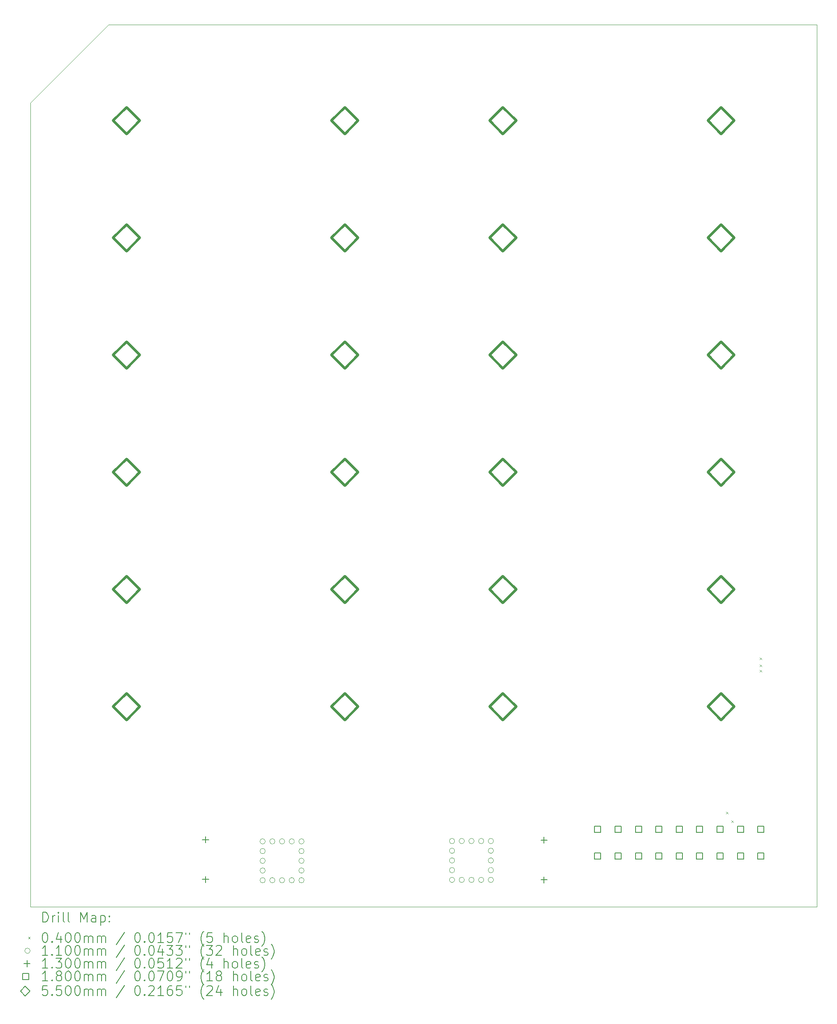
<source format=gbr>
%TF.GenerationSoftware,KiCad,Pcbnew,8.0.5*%
%TF.CreationDate,2025-02-18T14:53:59-08:00*%
%TF.ProjectId,URBAN_CELL_BOARD,55524241-4e5f-4434-954c-4c5f424f4152,rev?*%
%TF.SameCoordinates,Original*%
%TF.FileFunction,Drillmap*%
%TF.FilePolarity,Positive*%
%FSLAX45Y45*%
G04 Gerber Fmt 4.5, Leading zero omitted, Abs format (unit mm)*
G04 Created by KiCad (PCBNEW 8.0.5) date 2025-02-18 14:53:59*
%MOMM*%
%LPD*%
G01*
G04 APERTURE LIST*
%ADD10C,0.100000*%
%ADD11C,0.200000*%
%ADD12C,0.110000*%
%ADD13C,0.130000*%
%ADD14C,0.180000*%
%ADD15C,0.550000*%
G04 APERTURE END LIST*
D10*
X8387900Y-28158400D02*
X8387900Y-11612100D01*
X10000000Y-10000000D02*
X24587900Y-10000000D01*
X8387900Y-11612100D02*
X10000000Y-10000000D01*
X24587900Y-28158400D02*
X8387900Y-28158400D01*
X24587900Y-10000000D02*
X24587900Y-28158400D01*
D11*
D10*
X22713000Y-26205500D02*
X22753000Y-26245500D01*
X22753000Y-26205500D02*
X22713000Y-26245500D01*
X22828058Y-26388235D02*
X22868058Y-26428235D01*
X22868058Y-26388235D02*
X22828058Y-26428235D01*
X23409550Y-23030500D02*
X23449550Y-23070500D01*
X23449550Y-23030500D02*
X23409550Y-23070500D01*
X23409550Y-23173584D02*
X23449550Y-23213584D01*
X23449550Y-23173584D02*
X23409550Y-23213584D01*
X23409550Y-23284500D02*
X23449550Y-23324500D01*
X23449550Y-23284500D02*
X23409550Y-23324500D01*
D12*
X13226000Y-26815000D02*
G75*
G02*
X13116000Y-26815000I-55000J0D01*
G01*
X13116000Y-26815000D02*
G75*
G02*
X13226000Y-26815000I55000J0D01*
G01*
X13226000Y-27015000D02*
G75*
G02*
X13116000Y-27015000I-55000J0D01*
G01*
X13116000Y-27015000D02*
G75*
G02*
X13226000Y-27015000I55000J0D01*
G01*
X13226000Y-27215000D02*
G75*
G02*
X13116000Y-27215000I-55000J0D01*
G01*
X13116000Y-27215000D02*
G75*
G02*
X13226000Y-27215000I55000J0D01*
G01*
X13226000Y-27415000D02*
G75*
G02*
X13116000Y-27415000I-55000J0D01*
G01*
X13116000Y-27415000D02*
G75*
G02*
X13226000Y-27415000I55000J0D01*
G01*
X13226000Y-27615000D02*
G75*
G02*
X13116000Y-27615000I-55000J0D01*
G01*
X13116000Y-27615000D02*
G75*
G02*
X13226000Y-27615000I55000J0D01*
G01*
X13426000Y-26815000D02*
G75*
G02*
X13316000Y-26815000I-55000J0D01*
G01*
X13316000Y-26815000D02*
G75*
G02*
X13426000Y-26815000I55000J0D01*
G01*
X13426000Y-27615000D02*
G75*
G02*
X13316000Y-27615000I-55000J0D01*
G01*
X13316000Y-27615000D02*
G75*
G02*
X13426000Y-27615000I55000J0D01*
G01*
X13626000Y-26815000D02*
G75*
G02*
X13516000Y-26815000I-55000J0D01*
G01*
X13516000Y-26815000D02*
G75*
G02*
X13626000Y-26815000I55000J0D01*
G01*
X13626000Y-27615000D02*
G75*
G02*
X13516000Y-27615000I-55000J0D01*
G01*
X13516000Y-27615000D02*
G75*
G02*
X13626000Y-27615000I55000J0D01*
G01*
X13826000Y-26815000D02*
G75*
G02*
X13716000Y-26815000I-55000J0D01*
G01*
X13716000Y-26815000D02*
G75*
G02*
X13826000Y-26815000I55000J0D01*
G01*
X13826000Y-27615000D02*
G75*
G02*
X13716000Y-27615000I-55000J0D01*
G01*
X13716000Y-27615000D02*
G75*
G02*
X13826000Y-27615000I55000J0D01*
G01*
X14026000Y-26815000D02*
G75*
G02*
X13916000Y-26815000I-55000J0D01*
G01*
X13916000Y-26815000D02*
G75*
G02*
X14026000Y-26815000I55000J0D01*
G01*
X14026000Y-27015000D02*
G75*
G02*
X13916000Y-27015000I-55000J0D01*
G01*
X13916000Y-27015000D02*
G75*
G02*
X14026000Y-27015000I55000J0D01*
G01*
X14026000Y-27215000D02*
G75*
G02*
X13916000Y-27215000I-55000J0D01*
G01*
X13916000Y-27215000D02*
G75*
G02*
X14026000Y-27215000I55000J0D01*
G01*
X14026000Y-27415000D02*
G75*
G02*
X13916000Y-27415000I-55000J0D01*
G01*
X13916000Y-27415000D02*
G75*
G02*
X14026000Y-27415000I55000J0D01*
G01*
X14026000Y-27615000D02*
G75*
G02*
X13916000Y-27615000I-55000J0D01*
G01*
X13916000Y-27615000D02*
G75*
G02*
X14026000Y-27615000I55000J0D01*
G01*
X17127000Y-26808000D02*
G75*
G02*
X17017000Y-26808000I-55000J0D01*
G01*
X17017000Y-26808000D02*
G75*
G02*
X17127000Y-26808000I55000J0D01*
G01*
X17127000Y-27008000D02*
G75*
G02*
X17017000Y-27008000I-55000J0D01*
G01*
X17017000Y-27008000D02*
G75*
G02*
X17127000Y-27008000I55000J0D01*
G01*
X17127000Y-27208000D02*
G75*
G02*
X17017000Y-27208000I-55000J0D01*
G01*
X17017000Y-27208000D02*
G75*
G02*
X17127000Y-27208000I55000J0D01*
G01*
X17127000Y-27408000D02*
G75*
G02*
X17017000Y-27408000I-55000J0D01*
G01*
X17017000Y-27408000D02*
G75*
G02*
X17127000Y-27408000I55000J0D01*
G01*
X17127000Y-27608000D02*
G75*
G02*
X17017000Y-27608000I-55000J0D01*
G01*
X17017000Y-27608000D02*
G75*
G02*
X17127000Y-27608000I55000J0D01*
G01*
X17327000Y-26808000D02*
G75*
G02*
X17217000Y-26808000I-55000J0D01*
G01*
X17217000Y-26808000D02*
G75*
G02*
X17327000Y-26808000I55000J0D01*
G01*
X17327000Y-27608000D02*
G75*
G02*
X17217000Y-27608000I-55000J0D01*
G01*
X17217000Y-27608000D02*
G75*
G02*
X17327000Y-27608000I55000J0D01*
G01*
X17527000Y-26808000D02*
G75*
G02*
X17417000Y-26808000I-55000J0D01*
G01*
X17417000Y-26808000D02*
G75*
G02*
X17527000Y-26808000I55000J0D01*
G01*
X17527000Y-27608000D02*
G75*
G02*
X17417000Y-27608000I-55000J0D01*
G01*
X17417000Y-27608000D02*
G75*
G02*
X17527000Y-27608000I55000J0D01*
G01*
X17727000Y-26808000D02*
G75*
G02*
X17617000Y-26808000I-55000J0D01*
G01*
X17617000Y-26808000D02*
G75*
G02*
X17727000Y-26808000I55000J0D01*
G01*
X17727000Y-27608000D02*
G75*
G02*
X17617000Y-27608000I-55000J0D01*
G01*
X17617000Y-27608000D02*
G75*
G02*
X17727000Y-27608000I55000J0D01*
G01*
X17927000Y-26808000D02*
G75*
G02*
X17817000Y-26808000I-55000J0D01*
G01*
X17817000Y-26808000D02*
G75*
G02*
X17927000Y-26808000I55000J0D01*
G01*
X17927000Y-27008000D02*
G75*
G02*
X17817000Y-27008000I-55000J0D01*
G01*
X17817000Y-27008000D02*
G75*
G02*
X17927000Y-27008000I55000J0D01*
G01*
X17927000Y-27208000D02*
G75*
G02*
X17817000Y-27208000I-55000J0D01*
G01*
X17817000Y-27208000D02*
G75*
G02*
X17927000Y-27208000I55000J0D01*
G01*
X17927000Y-27408000D02*
G75*
G02*
X17817000Y-27408000I-55000J0D01*
G01*
X17817000Y-27408000D02*
G75*
G02*
X17927000Y-27408000I55000J0D01*
G01*
X17927000Y-27608000D02*
G75*
G02*
X17817000Y-27608000I-55000J0D01*
G01*
X17817000Y-27608000D02*
G75*
G02*
X17927000Y-27608000I55000J0D01*
G01*
D13*
X11994500Y-26713750D02*
X11994500Y-26843750D01*
X11929500Y-26778750D02*
X12059500Y-26778750D01*
X11994500Y-27533750D02*
X11994500Y-27663750D01*
X11929500Y-27598750D02*
X12059500Y-27598750D01*
X18967500Y-26722500D02*
X18967500Y-26852500D01*
X18902500Y-26787500D02*
X19032500Y-26787500D01*
X18967500Y-27542500D02*
X18967500Y-27672500D01*
X18902500Y-27607500D02*
X19032500Y-27607500D01*
D14*
X20135140Y-26628140D02*
X20135140Y-26500860D01*
X20007860Y-26500860D01*
X20007860Y-26628140D01*
X20135140Y-26628140D01*
X20135140Y-27178140D02*
X20135140Y-27050860D01*
X20007860Y-27050860D01*
X20007860Y-27178140D01*
X20135140Y-27178140D01*
X20555140Y-26628140D02*
X20555140Y-26500860D01*
X20427860Y-26500860D01*
X20427860Y-26628140D01*
X20555140Y-26628140D01*
X20555140Y-27178140D02*
X20555140Y-27050860D01*
X20427860Y-27050860D01*
X20427860Y-27178140D01*
X20555140Y-27178140D01*
X20975140Y-26628140D02*
X20975140Y-26500860D01*
X20847860Y-26500860D01*
X20847860Y-26628140D01*
X20975140Y-26628140D01*
X20975140Y-27178140D02*
X20975140Y-27050860D01*
X20847860Y-27050860D01*
X20847860Y-27178140D01*
X20975140Y-27178140D01*
X21395140Y-26628140D02*
X21395140Y-26500860D01*
X21267860Y-26500860D01*
X21267860Y-26628140D01*
X21395140Y-26628140D01*
X21395140Y-27178140D02*
X21395140Y-27050860D01*
X21267860Y-27050860D01*
X21267860Y-27178140D01*
X21395140Y-27178140D01*
X21815140Y-26628140D02*
X21815140Y-26500860D01*
X21687860Y-26500860D01*
X21687860Y-26628140D01*
X21815140Y-26628140D01*
X21815140Y-27178140D02*
X21815140Y-27050860D01*
X21687860Y-27050860D01*
X21687860Y-27178140D01*
X21815140Y-27178140D01*
X22235140Y-26628140D02*
X22235140Y-26500860D01*
X22107860Y-26500860D01*
X22107860Y-26628140D01*
X22235140Y-26628140D01*
X22235140Y-27178140D02*
X22235140Y-27050860D01*
X22107860Y-27050860D01*
X22107860Y-27178140D01*
X22235140Y-27178140D01*
X22655140Y-26628140D02*
X22655140Y-26500860D01*
X22527860Y-26500860D01*
X22527860Y-26628140D01*
X22655140Y-26628140D01*
X22655140Y-27178140D02*
X22655140Y-27050860D01*
X22527860Y-27050860D01*
X22527860Y-27178140D01*
X22655140Y-27178140D01*
X23075140Y-26628140D02*
X23075140Y-26500860D01*
X22947860Y-26500860D01*
X22947860Y-26628140D01*
X23075140Y-26628140D01*
X23075140Y-27178140D02*
X23075140Y-27050860D01*
X22947860Y-27050860D01*
X22947860Y-27178140D01*
X23075140Y-27178140D01*
X23495140Y-26628140D02*
X23495140Y-26500860D01*
X23367860Y-26500860D01*
X23367860Y-26628140D01*
X23495140Y-26628140D01*
X23495140Y-27178140D02*
X23495140Y-27050860D01*
X23367860Y-27050860D01*
X23367860Y-27178140D01*
X23495140Y-27178140D01*
D15*
X10368900Y-12250000D02*
X10643900Y-11975000D01*
X10368900Y-11700000D01*
X10093900Y-11975000D01*
X10368900Y-12250000D01*
X10368900Y-14663400D02*
X10643900Y-14388400D01*
X10368900Y-14113400D01*
X10093900Y-14388400D01*
X10368900Y-14663400D01*
X10368900Y-17076800D02*
X10643900Y-16801800D01*
X10368900Y-16526800D01*
X10093900Y-16801800D01*
X10368900Y-17076800D01*
X10368900Y-19490300D02*
X10643900Y-19215300D01*
X10368900Y-18940300D01*
X10093900Y-19215300D01*
X10368900Y-19490300D01*
X10368900Y-21903700D02*
X10643900Y-21628700D01*
X10368900Y-21353700D01*
X10093900Y-21628700D01*
X10368900Y-21903700D01*
X10368900Y-24317100D02*
X10643900Y-24042100D01*
X10368900Y-23767100D01*
X10093900Y-24042100D01*
X10368900Y-24317100D01*
X14862900Y-12250000D02*
X15137900Y-11975000D01*
X14862900Y-11700000D01*
X14587900Y-11975000D01*
X14862900Y-12250000D01*
X14862900Y-14663400D02*
X15137900Y-14388400D01*
X14862900Y-14113400D01*
X14587900Y-14388400D01*
X14862900Y-14663400D01*
X14862900Y-17076800D02*
X15137900Y-16801800D01*
X14862900Y-16526800D01*
X14587900Y-16801800D01*
X14862900Y-17076800D01*
X14862900Y-19490300D02*
X15137900Y-19215300D01*
X14862900Y-18940300D01*
X14587900Y-19215300D01*
X14862900Y-19490300D01*
X14862900Y-21903700D02*
X15137900Y-21628700D01*
X14862900Y-21353700D01*
X14587900Y-21628700D01*
X14862900Y-21903700D01*
X14862900Y-24317100D02*
X15137900Y-24042100D01*
X14862900Y-23767100D01*
X14587900Y-24042100D01*
X14862900Y-24317100D01*
X18118900Y-12250000D02*
X18393900Y-11975000D01*
X18118900Y-11700000D01*
X17843900Y-11975000D01*
X18118900Y-12250000D01*
X18118900Y-14663400D02*
X18393900Y-14388400D01*
X18118900Y-14113400D01*
X17843900Y-14388400D01*
X18118900Y-14663400D01*
X18118900Y-17076800D02*
X18393900Y-16801800D01*
X18118900Y-16526800D01*
X17843900Y-16801800D01*
X18118900Y-17076800D01*
X18118900Y-19490300D02*
X18393900Y-19215300D01*
X18118900Y-18940300D01*
X17843900Y-19215300D01*
X18118900Y-19490300D01*
X18118900Y-21903700D02*
X18393900Y-21628700D01*
X18118900Y-21353700D01*
X17843900Y-21628700D01*
X18118900Y-21903700D01*
X18118900Y-24317100D02*
X18393900Y-24042100D01*
X18118900Y-23767100D01*
X17843900Y-24042100D01*
X18118900Y-24317100D01*
X22612900Y-12250000D02*
X22887900Y-11975000D01*
X22612900Y-11700000D01*
X22337900Y-11975000D01*
X22612900Y-12250000D01*
X22612900Y-14663400D02*
X22887900Y-14388400D01*
X22612900Y-14113400D01*
X22337900Y-14388400D01*
X22612900Y-14663400D01*
X22612900Y-17076800D02*
X22887900Y-16801800D01*
X22612900Y-16526800D01*
X22337900Y-16801800D01*
X22612900Y-17076800D01*
X22612900Y-19490300D02*
X22887900Y-19215300D01*
X22612900Y-18940300D01*
X22337900Y-19215300D01*
X22612900Y-19490300D01*
X22612900Y-21903700D02*
X22887900Y-21628700D01*
X22612900Y-21353700D01*
X22337900Y-21628700D01*
X22612900Y-21903700D01*
X22612900Y-24317100D02*
X22887900Y-24042100D01*
X22612900Y-23767100D01*
X22337900Y-24042100D01*
X22612900Y-24317100D01*
D11*
X8643677Y-28474884D02*
X8643677Y-28274884D01*
X8643677Y-28274884D02*
X8691296Y-28274884D01*
X8691296Y-28274884D02*
X8719867Y-28284408D01*
X8719867Y-28284408D02*
X8738915Y-28303455D01*
X8738915Y-28303455D02*
X8748439Y-28322503D01*
X8748439Y-28322503D02*
X8757963Y-28360598D01*
X8757963Y-28360598D02*
X8757963Y-28389169D01*
X8757963Y-28389169D02*
X8748439Y-28427265D01*
X8748439Y-28427265D02*
X8738915Y-28446312D01*
X8738915Y-28446312D02*
X8719867Y-28465360D01*
X8719867Y-28465360D02*
X8691296Y-28474884D01*
X8691296Y-28474884D02*
X8643677Y-28474884D01*
X8843677Y-28474884D02*
X8843677Y-28341550D01*
X8843677Y-28379646D02*
X8853201Y-28360598D01*
X8853201Y-28360598D02*
X8862724Y-28351074D01*
X8862724Y-28351074D02*
X8881772Y-28341550D01*
X8881772Y-28341550D02*
X8900820Y-28341550D01*
X8967486Y-28474884D02*
X8967486Y-28341550D01*
X8967486Y-28274884D02*
X8957963Y-28284408D01*
X8957963Y-28284408D02*
X8967486Y-28293931D01*
X8967486Y-28293931D02*
X8977010Y-28284408D01*
X8977010Y-28284408D02*
X8967486Y-28274884D01*
X8967486Y-28274884D02*
X8967486Y-28293931D01*
X9091296Y-28474884D02*
X9072248Y-28465360D01*
X9072248Y-28465360D02*
X9062724Y-28446312D01*
X9062724Y-28446312D02*
X9062724Y-28274884D01*
X9196058Y-28474884D02*
X9177010Y-28465360D01*
X9177010Y-28465360D02*
X9167486Y-28446312D01*
X9167486Y-28446312D02*
X9167486Y-28274884D01*
X9424629Y-28474884D02*
X9424629Y-28274884D01*
X9424629Y-28274884D02*
X9491296Y-28417741D01*
X9491296Y-28417741D02*
X9557963Y-28274884D01*
X9557963Y-28274884D02*
X9557963Y-28474884D01*
X9738915Y-28474884D02*
X9738915Y-28370122D01*
X9738915Y-28370122D02*
X9729391Y-28351074D01*
X9729391Y-28351074D02*
X9710344Y-28341550D01*
X9710344Y-28341550D02*
X9672248Y-28341550D01*
X9672248Y-28341550D02*
X9653201Y-28351074D01*
X9738915Y-28465360D02*
X9719867Y-28474884D01*
X9719867Y-28474884D02*
X9672248Y-28474884D01*
X9672248Y-28474884D02*
X9653201Y-28465360D01*
X9653201Y-28465360D02*
X9643677Y-28446312D01*
X9643677Y-28446312D02*
X9643677Y-28427265D01*
X9643677Y-28427265D02*
X9653201Y-28408217D01*
X9653201Y-28408217D02*
X9672248Y-28398693D01*
X9672248Y-28398693D02*
X9719867Y-28398693D01*
X9719867Y-28398693D02*
X9738915Y-28389169D01*
X9834153Y-28341550D02*
X9834153Y-28541550D01*
X9834153Y-28351074D02*
X9853201Y-28341550D01*
X9853201Y-28341550D02*
X9891296Y-28341550D01*
X9891296Y-28341550D02*
X9910344Y-28351074D01*
X9910344Y-28351074D02*
X9919867Y-28360598D01*
X9919867Y-28360598D02*
X9929391Y-28379646D01*
X9929391Y-28379646D02*
X9929391Y-28436788D01*
X9929391Y-28436788D02*
X9919867Y-28455836D01*
X9919867Y-28455836D02*
X9910344Y-28465360D01*
X9910344Y-28465360D02*
X9891296Y-28474884D01*
X9891296Y-28474884D02*
X9853201Y-28474884D01*
X9853201Y-28474884D02*
X9834153Y-28465360D01*
X10015105Y-28455836D02*
X10024629Y-28465360D01*
X10024629Y-28465360D02*
X10015105Y-28474884D01*
X10015105Y-28474884D02*
X10005582Y-28465360D01*
X10005582Y-28465360D02*
X10015105Y-28455836D01*
X10015105Y-28455836D02*
X10015105Y-28474884D01*
X10015105Y-28351074D02*
X10024629Y-28360598D01*
X10024629Y-28360598D02*
X10015105Y-28370122D01*
X10015105Y-28370122D02*
X10005582Y-28360598D01*
X10005582Y-28360598D02*
X10015105Y-28351074D01*
X10015105Y-28351074D02*
X10015105Y-28370122D01*
D10*
X8342900Y-28783400D02*
X8382900Y-28823400D01*
X8382900Y-28783400D02*
X8342900Y-28823400D01*
D11*
X8681772Y-28694884D02*
X8700820Y-28694884D01*
X8700820Y-28694884D02*
X8719867Y-28704408D01*
X8719867Y-28704408D02*
X8729391Y-28713931D01*
X8729391Y-28713931D02*
X8738915Y-28732979D01*
X8738915Y-28732979D02*
X8748439Y-28771074D01*
X8748439Y-28771074D02*
X8748439Y-28818693D01*
X8748439Y-28818693D02*
X8738915Y-28856788D01*
X8738915Y-28856788D02*
X8729391Y-28875836D01*
X8729391Y-28875836D02*
X8719867Y-28885360D01*
X8719867Y-28885360D02*
X8700820Y-28894884D01*
X8700820Y-28894884D02*
X8681772Y-28894884D01*
X8681772Y-28894884D02*
X8662724Y-28885360D01*
X8662724Y-28885360D02*
X8653201Y-28875836D01*
X8653201Y-28875836D02*
X8643677Y-28856788D01*
X8643677Y-28856788D02*
X8634153Y-28818693D01*
X8634153Y-28818693D02*
X8634153Y-28771074D01*
X8634153Y-28771074D02*
X8643677Y-28732979D01*
X8643677Y-28732979D02*
X8653201Y-28713931D01*
X8653201Y-28713931D02*
X8662724Y-28704408D01*
X8662724Y-28704408D02*
X8681772Y-28694884D01*
X8834153Y-28875836D02*
X8843677Y-28885360D01*
X8843677Y-28885360D02*
X8834153Y-28894884D01*
X8834153Y-28894884D02*
X8824629Y-28885360D01*
X8824629Y-28885360D02*
X8834153Y-28875836D01*
X8834153Y-28875836D02*
X8834153Y-28894884D01*
X9015105Y-28761550D02*
X9015105Y-28894884D01*
X8967486Y-28685360D02*
X8919867Y-28828217D01*
X8919867Y-28828217D02*
X9043677Y-28828217D01*
X9157963Y-28694884D02*
X9177010Y-28694884D01*
X9177010Y-28694884D02*
X9196058Y-28704408D01*
X9196058Y-28704408D02*
X9205582Y-28713931D01*
X9205582Y-28713931D02*
X9215105Y-28732979D01*
X9215105Y-28732979D02*
X9224629Y-28771074D01*
X9224629Y-28771074D02*
X9224629Y-28818693D01*
X9224629Y-28818693D02*
X9215105Y-28856788D01*
X9215105Y-28856788D02*
X9205582Y-28875836D01*
X9205582Y-28875836D02*
X9196058Y-28885360D01*
X9196058Y-28885360D02*
X9177010Y-28894884D01*
X9177010Y-28894884D02*
X9157963Y-28894884D01*
X9157963Y-28894884D02*
X9138915Y-28885360D01*
X9138915Y-28885360D02*
X9129391Y-28875836D01*
X9129391Y-28875836D02*
X9119867Y-28856788D01*
X9119867Y-28856788D02*
X9110344Y-28818693D01*
X9110344Y-28818693D02*
X9110344Y-28771074D01*
X9110344Y-28771074D02*
X9119867Y-28732979D01*
X9119867Y-28732979D02*
X9129391Y-28713931D01*
X9129391Y-28713931D02*
X9138915Y-28704408D01*
X9138915Y-28704408D02*
X9157963Y-28694884D01*
X9348439Y-28694884D02*
X9367486Y-28694884D01*
X9367486Y-28694884D02*
X9386534Y-28704408D01*
X9386534Y-28704408D02*
X9396058Y-28713931D01*
X9396058Y-28713931D02*
X9405582Y-28732979D01*
X9405582Y-28732979D02*
X9415105Y-28771074D01*
X9415105Y-28771074D02*
X9415105Y-28818693D01*
X9415105Y-28818693D02*
X9405582Y-28856788D01*
X9405582Y-28856788D02*
X9396058Y-28875836D01*
X9396058Y-28875836D02*
X9386534Y-28885360D01*
X9386534Y-28885360D02*
X9367486Y-28894884D01*
X9367486Y-28894884D02*
X9348439Y-28894884D01*
X9348439Y-28894884D02*
X9329391Y-28885360D01*
X9329391Y-28885360D02*
X9319867Y-28875836D01*
X9319867Y-28875836D02*
X9310344Y-28856788D01*
X9310344Y-28856788D02*
X9300820Y-28818693D01*
X9300820Y-28818693D02*
X9300820Y-28771074D01*
X9300820Y-28771074D02*
X9310344Y-28732979D01*
X9310344Y-28732979D02*
X9319867Y-28713931D01*
X9319867Y-28713931D02*
X9329391Y-28704408D01*
X9329391Y-28704408D02*
X9348439Y-28694884D01*
X9500820Y-28894884D02*
X9500820Y-28761550D01*
X9500820Y-28780598D02*
X9510344Y-28771074D01*
X9510344Y-28771074D02*
X9529391Y-28761550D01*
X9529391Y-28761550D02*
X9557963Y-28761550D01*
X9557963Y-28761550D02*
X9577010Y-28771074D01*
X9577010Y-28771074D02*
X9586534Y-28790122D01*
X9586534Y-28790122D02*
X9586534Y-28894884D01*
X9586534Y-28790122D02*
X9596058Y-28771074D01*
X9596058Y-28771074D02*
X9615105Y-28761550D01*
X9615105Y-28761550D02*
X9643677Y-28761550D01*
X9643677Y-28761550D02*
X9662725Y-28771074D01*
X9662725Y-28771074D02*
X9672248Y-28790122D01*
X9672248Y-28790122D02*
X9672248Y-28894884D01*
X9767486Y-28894884D02*
X9767486Y-28761550D01*
X9767486Y-28780598D02*
X9777010Y-28771074D01*
X9777010Y-28771074D02*
X9796058Y-28761550D01*
X9796058Y-28761550D02*
X9824629Y-28761550D01*
X9824629Y-28761550D02*
X9843677Y-28771074D01*
X9843677Y-28771074D02*
X9853201Y-28790122D01*
X9853201Y-28790122D02*
X9853201Y-28894884D01*
X9853201Y-28790122D02*
X9862725Y-28771074D01*
X9862725Y-28771074D02*
X9881772Y-28761550D01*
X9881772Y-28761550D02*
X9910344Y-28761550D01*
X9910344Y-28761550D02*
X9929391Y-28771074D01*
X9929391Y-28771074D02*
X9938915Y-28790122D01*
X9938915Y-28790122D02*
X9938915Y-28894884D01*
X10329391Y-28685360D02*
X10157963Y-28942503D01*
X10586534Y-28694884D02*
X10605582Y-28694884D01*
X10605582Y-28694884D02*
X10624629Y-28704408D01*
X10624629Y-28704408D02*
X10634153Y-28713931D01*
X10634153Y-28713931D02*
X10643677Y-28732979D01*
X10643677Y-28732979D02*
X10653201Y-28771074D01*
X10653201Y-28771074D02*
X10653201Y-28818693D01*
X10653201Y-28818693D02*
X10643677Y-28856788D01*
X10643677Y-28856788D02*
X10634153Y-28875836D01*
X10634153Y-28875836D02*
X10624629Y-28885360D01*
X10624629Y-28885360D02*
X10605582Y-28894884D01*
X10605582Y-28894884D02*
X10586534Y-28894884D01*
X10586534Y-28894884D02*
X10567487Y-28885360D01*
X10567487Y-28885360D02*
X10557963Y-28875836D01*
X10557963Y-28875836D02*
X10548439Y-28856788D01*
X10548439Y-28856788D02*
X10538915Y-28818693D01*
X10538915Y-28818693D02*
X10538915Y-28771074D01*
X10538915Y-28771074D02*
X10548439Y-28732979D01*
X10548439Y-28732979D02*
X10557963Y-28713931D01*
X10557963Y-28713931D02*
X10567487Y-28704408D01*
X10567487Y-28704408D02*
X10586534Y-28694884D01*
X10738915Y-28875836D02*
X10748439Y-28885360D01*
X10748439Y-28885360D02*
X10738915Y-28894884D01*
X10738915Y-28894884D02*
X10729391Y-28885360D01*
X10729391Y-28885360D02*
X10738915Y-28875836D01*
X10738915Y-28875836D02*
X10738915Y-28894884D01*
X10872248Y-28694884D02*
X10891296Y-28694884D01*
X10891296Y-28694884D02*
X10910344Y-28704408D01*
X10910344Y-28704408D02*
X10919868Y-28713931D01*
X10919868Y-28713931D02*
X10929391Y-28732979D01*
X10929391Y-28732979D02*
X10938915Y-28771074D01*
X10938915Y-28771074D02*
X10938915Y-28818693D01*
X10938915Y-28818693D02*
X10929391Y-28856788D01*
X10929391Y-28856788D02*
X10919868Y-28875836D01*
X10919868Y-28875836D02*
X10910344Y-28885360D01*
X10910344Y-28885360D02*
X10891296Y-28894884D01*
X10891296Y-28894884D02*
X10872248Y-28894884D01*
X10872248Y-28894884D02*
X10853201Y-28885360D01*
X10853201Y-28885360D02*
X10843677Y-28875836D01*
X10843677Y-28875836D02*
X10834153Y-28856788D01*
X10834153Y-28856788D02*
X10824629Y-28818693D01*
X10824629Y-28818693D02*
X10824629Y-28771074D01*
X10824629Y-28771074D02*
X10834153Y-28732979D01*
X10834153Y-28732979D02*
X10843677Y-28713931D01*
X10843677Y-28713931D02*
X10853201Y-28704408D01*
X10853201Y-28704408D02*
X10872248Y-28694884D01*
X11129391Y-28894884D02*
X11015106Y-28894884D01*
X11072248Y-28894884D02*
X11072248Y-28694884D01*
X11072248Y-28694884D02*
X11053201Y-28723455D01*
X11053201Y-28723455D02*
X11034153Y-28742503D01*
X11034153Y-28742503D02*
X11015106Y-28752027D01*
X11310344Y-28694884D02*
X11215106Y-28694884D01*
X11215106Y-28694884D02*
X11205582Y-28790122D01*
X11205582Y-28790122D02*
X11215106Y-28780598D01*
X11215106Y-28780598D02*
X11234153Y-28771074D01*
X11234153Y-28771074D02*
X11281772Y-28771074D01*
X11281772Y-28771074D02*
X11300820Y-28780598D01*
X11300820Y-28780598D02*
X11310344Y-28790122D01*
X11310344Y-28790122D02*
X11319867Y-28809169D01*
X11319867Y-28809169D02*
X11319867Y-28856788D01*
X11319867Y-28856788D02*
X11310344Y-28875836D01*
X11310344Y-28875836D02*
X11300820Y-28885360D01*
X11300820Y-28885360D02*
X11281772Y-28894884D01*
X11281772Y-28894884D02*
X11234153Y-28894884D01*
X11234153Y-28894884D02*
X11215106Y-28885360D01*
X11215106Y-28885360D02*
X11205582Y-28875836D01*
X11386534Y-28694884D02*
X11519867Y-28694884D01*
X11519867Y-28694884D02*
X11434153Y-28894884D01*
X11586534Y-28694884D02*
X11586534Y-28732979D01*
X11662725Y-28694884D02*
X11662725Y-28732979D01*
X11957963Y-28971074D02*
X11948439Y-28961550D01*
X11948439Y-28961550D02*
X11929391Y-28932979D01*
X11929391Y-28932979D02*
X11919868Y-28913931D01*
X11919868Y-28913931D02*
X11910344Y-28885360D01*
X11910344Y-28885360D02*
X11900820Y-28837741D01*
X11900820Y-28837741D02*
X11900820Y-28799646D01*
X11900820Y-28799646D02*
X11910344Y-28752027D01*
X11910344Y-28752027D02*
X11919868Y-28723455D01*
X11919868Y-28723455D02*
X11929391Y-28704408D01*
X11929391Y-28704408D02*
X11948439Y-28675836D01*
X11948439Y-28675836D02*
X11957963Y-28666312D01*
X12129391Y-28694884D02*
X12034153Y-28694884D01*
X12034153Y-28694884D02*
X12024629Y-28790122D01*
X12024629Y-28790122D02*
X12034153Y-28780598D01*
X12034153Y-28780598D02*
X12053201Y-28771074D01*
X12053201Y-28771074D02*
X12100820Y-28771074D01*
X12100820Y-28771074D02*
X12119868Y-28780598D01*
X12119868Y-28780598D02*
X12129391Y-28790122D01*
X12129391Y-28790122D02*
X12138915Y-28809169D01*
X12138915Y-28809169D02*
X12138915Y-28856788D01*
X12138915Y-28856788D02*
X12129391Y-28875836D01*
X12129391Y-28875836D02*
X12119868Y-28885360D01*
X12119868Y-28885360D02*
X12100820Y-28894884D01*
X12100820Y-28894884D02*
X12053201Y-28894884D01*
X12053201Y-28894884D02*
X12034153Y-28885360D01*
X12034153Y-28885360D02*
X12024629Y-28875836D01*
X12377010Y-28894884D02*
X12377010Y-28694884D01*
X12462725Y-28894884D02*
X12462725Y-28790122D01*
X12462725Y-28790122D02*
X12453201Y-28771074D01*
X12453201Y-28771074D02*
X12434153Y-28761550D01*
X12434153Y-28761550D02*
X12405582Y-28761550D01*
X12405582Y-28761550D02*
X12386534Y-28771074D01*
X12386534Y-28771074D02*
X12377010Y-28780598D01*
X12586534Y-28894884D02*
X12567487Y-28885360D01*
X12567487Y-28885360D02*
X12557963Y-28875836D01*
X12557963Y-28875836D02*
X12548439Y-28856788D01*
X12548439Y-28856788D02*
X12548439Y-28799646D01*
X12548439Y-28799646D02*
X12557963Y-28780598D01*
X12557963Y-28780598D02*
X12567487Y-28771074D01*
X12567487Y-28771074D02*
X12586534Y-28761550D01*
X12586534Y-28761550D02*
X12615106Y-28761550D01*
X12615106Y-28761550D02*
X12634153Y-28771074D01*
X12634153Y-28771074D02*
X12643677Y-28780598D01*
X12643677Y-28780598D02*
X12653201Y-28799646D01*
X12653201Y-28799646D02*
X12653201Y-28856788D01*
X12653201Y-28856788D02*
X12643677Y-28875836D01*
X12643677Y-28875836D02*
X12634153Y-28885360D01*
X12634153Y-28885360D02*
X12615106Y-28894884D01*
X12615106Y-28894884D02*
X12586534Y-28894884D01*
X12767487Y-28894884D02*
X12748439Y-28885360D01*
X12748439Y-28885360D02*
X12738915Y-28866312D01*
X12738915Y-28866312D02*
X12738915Y-28694884D01*
X12919868Y-28885360D02*
X12900820Y-28894884D01*
X12900820Y-28894884D02*
X12862725Y-28894884D01*
X12862725Y-28894884D02*
X12843677Y-28885360D01*
X12843677Y-28885360D02*
X12834153Y-28866312D01*
X12834153Y-28866312D02*
X12834153Y-28790122D01*
X12834153Y-28790122D02*
X12843677Y-28771074D01*
X12843677Y-28771074D02*
X12862725Y-28761550D01*
X12862725Y-28761550D02*
X12900820Y-28761550D01*
X12900820Y-28761550D02*
X12919868Y-28771074D01*
X12919868Y-28771074D02*
X12929391Y-28790122D01*
X12929391Y-28790122D02*
X12929391Y-28809169D01*
X12929391Y-28809169D02*
X12834153Y-28828217D01*
X13005582Y-28885360D02*
X13024630Y-28894884D01*
X13024630Y-28894884D02*
X13062725Y-28894884D01*
X13062725Y-28894884D02*
X13081772Y-28885360D01*
X13081772Y-28885360D02*
X13091296Y-28866312D01*
X13091296Y-28866312D02*
X13091296Y-28856788D01*
X13091296Y-28856788D02*
X13081772Y-28837741D01*
X13081772Y-28837741D02*
X13062725Y-28828217D01*
X13062725Y-28828217D02*
X13034153Y-28828217D01*
X13034153Y-28828217D02*
X13015106Y-28818693D01*
X13015106Y-28818693D02*
X13005582Y-28799646D01*
X13005582Y-28799646D02*
X13005582Y-28790122D01*
X13005582Y-28790122D02*
X13015106Y-28771074D01*
X13015106Y-28771074D02*
X13034153Y-28761550D01*
X13034153Y-28761550D02*
X13062725Y-28761550D01*
X13062725Y-28761550D02*
X13081772Y-28771074D01*
X13157963Y-28971074D02*
X13167487Y-28961550D01*
X13167487Y-28961550D02*
X13186534Y-28932979D01*
X13186534Y-28932979D02*
X13196058Y-28913931D01*
X13196058Y-28913931D02*
X13205582Y-28885360D01*
X13205582Y-28885360D02*
X13215106Y-28837741D01*
X13215106Y-28837741D02*
X13215106Y-28799646D01*
X13215106Y-28799646D02*
X13205582Y-28752027D01*
X13205582Y-28752027D02*
X13196058Y-28723455D01*
X13196058Y-28723455D02*
X13186534Y-28704408D01*
X13186534Y-28704408D02*
X13167487Y-28675836D01*
X13167487Y-28675836D02*
X13157963Y-28666312D01*
D12*
X8382900Y-29067400D02*
G75*
G02*
X8272900Y-29067400I-55000J0D01*
G01*
X8272900Y-29067400D02*
G75*
G02*
X8382900Y-29067400I55000J0D01*
G01*
D11*
X8748439Y-29158884D02*
X8634153Y-29158884D01*
X8691296Y-29158884D02*
X8691296Y-28958884D01*
X8691296Y-28958884D02*
X8672248Y-28987455D01*
X8672248Y-28987455D02*
X8653201Y-29006503D01*
X8653201Y-29006503D02*
X8634153Y-29016027D01*
X8834153Y-29139836D02*
X8843677Y-29149360D01*
X8843677Y-29149360D02*
X8834153Y-29158884D01*
X8834153Y-29158884D02*
X8824629Y-29149360D01*
X8824629Y-29149360D02*
X8834153Y-29139836D01*
X8834153Y-29139836D02*
X8834153Y-29158884D01*
X9034153Y-29158884D02*
X8919867Y-29158884D01*
X8977010Y-29158884D02*
X8977010Y-28958884D01*
X8977010Y-28958884D02*
X8957963Y-28987455D01*
X8957963Y-28987455D02*
X8938915Y-29006503D01*
X8938915Y-29006503D02*
X8919867Y-29016027D01*
X9157963Y-28958884D02*
X9177010Y-28958884D01*
X9177010Y-28958884D02*
X9196058Y-28968408D01*
X9196058Y-28968408D02*
X9205582Y-28977931D01*
X9205582Y-28977931D02*
X9215105Y-28996979D01*
X9215105Y-28996979D02*
X9224629Y-29035074D01*
X9224629Y-29035074D02*
X9224629Y-29082693D01*
X9224629Y-29082693D02*
X9215105Y-29120788D01*
X9215105Y-29120788D02*
X9205582Y-29139836D01*
X9205582Y-29139836D02*
X9196058Y-29149360D01*
X9196058Y-29149360D02*
X9177010Y-29158884D01*
X9177010Y-29158884D02*
X9157963Y-29158884D01*
X9157963Y-29158884D02*
X9138915Y-29149360D01*
X9138915Y-29149360D02*
X9129391Y-29139836D01*
X9129391Y-29139836D02*
X9119867Y-29120788D01*
X9119867Y-29120788D02*
X9110344Y-29082693D01*
X9110344Y-29082693D02*
X9110344Y-29035074D01*
X9110344Y-29035074D02*
X9119867Y-28996979D01*
X9119867Y-28996979D02*
X9129391Y-28977931D01*
X9129391Y-28977931D02*
X9138915Y-28968408D01*
X9138915Y-28968408D02*
X9157963Y-28958884D01*
X9348439Y-28958884D02*
X9367486Y-28958884D01*
X9367486Y-28958884D02*
X9386534Y-28968408D01*
X9386534Y-28968408D02*
X9396058Y-28977931D01*
X9396058Y-28977931D02*
X9405582Y-28996979D01*
X9405582Y-28996979D02*
X9415105Y-29035074D01*
X9415105Y-29035074D02*
X9415105Y-29082693D01*
X9415105Y-29082693D02*
X9405582Y-29120788D01*
X9405582Y-29120788D02*
X9396058Y-29139836D01*
X9396058Y-29139836D02*
X9386534Y-29149360D01*
X9386534Y-29149360D02*
X9367486Y-29158884D01*
X9367486Y-29158884D02*
X9348439Y-29158884D01*
X9348439Y-29158884D02*
X9329391Y-29149360D01*
X9329391Y-29149360D02*
X9319867Y-29139836D01*
X9319867Y-29139836D02*
X9310344Y-29120788D01*
X9310344Y-29120788D02*
X9300820Y-29082693D01*
X9300820Y-29082693D02*
X9300820Y-29035074D01*
X9300820Y-29035074D02*
X9310344Y-28996979D01*
X9310344Y-28996979D02*
X9319867Y-28977931D01*
X9319867Y-28977931D02*
X9329391Y-28968408D01*
X9329391Y-28968408D02*
X9348439Y-28958884D01*
X9500820Y-29158884D02*
X9500820Y-29025550D01*
X9500820Y-29044598D02*
X9510344Y-29035074D01*
X9510344Y-29035074D02*
X9529391Y-29025550D01*
X9529391Y-29025550D02*
X9557963Y-29025550D01*
X9557963Y-29025550D02*
X9577010Y-29035074D01*
X9577010Y-29035074D02*
X9586534Y-29054122D01*
X9586534Y-29054122D02*
X9586534Y-29158884D01*
X9586534Y-29054122D02*
X9596058Y-29035074D01*
X9596058Y-29035074D02*
X9615105Y-29025550D01*
X9615105Y-29025550D02*
X9643677Y-29025550D01*
X9643677Y-29025550D02*
X9662725Y-29035074D01*
X9662725Y-29035074D02*
X9672248Y-29054122D01*
X9672248Y-29054122D02*
X9672248Y-29158884D01*
X9767486Y-29158884D02*
X9767486Y-29025550D01*
X9767486Y-29044598D02*
X9777010Y-29035074D01*
X9777010Y-29035074D02*
X9796058Y-29025550D01*
X9796058Y-29025550D02*
X9824629Y-29025550D01*
X9824629Y-29025550D02*
X9843677Y-29035074D01*
X9843677Y-29035074D02*
X9853201Y-29054122D01*
X9853201Y-29054122D02*
X9853201Y-29158884D01*
X9853201Y-29054122D02*
X9862725Y-29035074D01*
X9862725Y-29035074D02*
X9881772Y-29025550D01*
X9881772Y-29025550D02*
X9910344Y-29025550D01*
X9910344Y-29025550D02*
X9929391Y-29035074D01*
X9929391Y-29035074D02*
X9938915Y-29054122D01*
X9938915Y-29054122D02*
X9938915Y-29158884D01*
X10329391Y-28949360D02*
X10157963Y-29206503D01*
X10586534Y-28958884D02*
X10605582Y-28958884D01*
X10605582Y-28958884D02*
X10624629Y-28968408D01*
X10624629Y-28968408D02*
X10634153Y-28977931D01*
X10634153Y-28977931D02*
X10643677Y-28996979D01*
X10643677Y-28996979D02*
X10653201Y-29035074D01*
X10653201Y-29035074D02*
X10653201Y-29082693D01*
X10653201Y-29082693D02*
X10643677Y-29120788D01*
X10643677Y-29120788D02*
X10634153Y-29139836D01*
X10634153Y-29139836D02*
X10624629Y-29149360D01*
X10624629Y-29149360D02*
X10605582Y-29158884D01*
X10605582Y-29158884D02*
X10586534Y-29158884D01*
X10586534Y-29158884D02*
X10567487Y-29149360D01*
X10567487Y-29149360D02*
X10557963Y-29139836D01*
X10557963Y-29139836D02*
X10548439Y-29120788D01*
X10548439Y-29120788D02*
X10538915Y-29082693D01*
X10538915Y-29082693D02*
X10538915Y-29035074D01*
X10538915Y-29035074D02*
X10548439Y-28996979D01*
X10548439Y-28996979D02*
X10557963Y-28977931D01*
X10557963Y-28977931D02*
X10567487Y-28968408D01*
X10567487Y-28968408D02*
X10586534Y-28958884D01*
X10738915Y-29139836D02*
X10748439Y-29149360D01*
X10748439Y-29149360D02*
X10738915Y-29158884D01*
X10738915Y-29158884D02*
X10729391Y-29149360D01*
X10729391Y-29149360D02*
X10738915Y-29139836D01*
X10738915Y-29139836D02*
X10738915Y-29158884D01*
X10872248Y-28958884D02*
X10891296Y-28958884D01*
X10891296Y-28958884D02*
X10910344Y-28968408D01*
X10910344Y-28968408D02*
X10919868Y-28977931D01*
X10919868Y-28977931D02*
X10929391Y-28996979D01*
X10929391Y-28996979D02*
X10938915Y-29035074D01*
X10938915Y-29035074D02*
X10938915Y-29082693D01*
X10938915Y-29082693D02*
X10929391Y-29120788D01*
X10929391Y-29120788D02*
X10919868Y-29139836D01*
X10919868Y-29139836D02*
X10910344Y-29149360D01*
X10910344Y-29149360D02*
X10891296Y-29158884D01*
X10891296Y-29158884D02*
X10872248Y-29158884D01*
X10872248Y-29158884D02*
X10853201Y-29149360D01*
X10853201Y-29149360D02*
X10843677Y-29139836D01*
X10843677Y-29139836D02*
X10834153Y-29120788D01*
X10834153Y-29120788D02*
X10824629Y-29082693D01*
X10824629Y-29082693D02*
X10824629Y-29035074D01*
X10824629Y-29035074D02*
X10834153Y-28996979D01*
X10834153Y-28996979D02*
X10843677Y-28977931D01*
X10843677Y-28977931D02*
X10853201Y-28968408D01*
X10853201Y-28968408D02*
X10872248Y-28958884D01*
X11110344Y-29025550D02*
X11110344Y-29158884D01*
X11062725Y-28949360D02*
X11015106Y-29092217D01*
X11015106Y-29092217D02*
X11138915Y-29092217D01*
X11196058Y-28958884D02*
X11319867Y-28958884D01*
X11319867Y-28958884D02*
X11253201Y-29035074D01*
X11253201Y-29035074D02*
X11281772Y-29035074D01*
X11281772Y-29035074D02*
X11300820Y-29044598D01*
X11300820Y-29044598D02*
X11310344Y-29054122D01*
X11310344Y-29054122D02*
X11319867Y-29073169D01*
X11319867Y-29073169D02*
X11319867Y-29120788D01*
X11319867Y-29120788D02*
X11310344Y-29139836D01*
X11310344Y-29139836D02*
X11300820Y-29149360D01*
X11300820Y-29149360D02*
X11281772Y-29158884D01*
X11281772Y-29158884D02*
X11224629Y-29158884D01*
X11224629Y-29158884D02*
X11205582Y-29149360D01*
X11205582Y-29149360D02*
X11196058Y-29139836D01*
X11386534Y-28958884D02*
X11510344Y-28958884D01*
X11510344Y-28958884D02*
X11443677Y-29035074D01*
X11443677Y-29035074D02*
X11472248Y-29035074D01*
X11472248Y-29035074D02*
X11491296Y-29044598D01*
X11491296Y-29044598D02*
X11500820Y-29054122D01*
X11500820Y-29054122D02*
X11510344Y-29073169D01*
X11510344Y-29073169D02*
X11510344Y-29120788D01*
X11510344Y-29120788D02*
X11500820Y-29139836D01*
X11500820Y-29139836D02*
X11491296Y-29149360D01*
X11491296Y-29149360D02*
X11472248Y-29158884D01*
X11472248Y-29158884D02*
X11415106Y-29158884D01*
X11415106Y-29158884D02*
X11396058Y-29149360D01*
X11396058Y-29149360D02*
X11386534Y-29139836D01*
X11586534Y-28958884D02*
X11586534Y-28996979D01*
X11662725Y-28958884D02*
X11662725Y-28996979D01*
X11957963Y-29235074D02*
X11948439Y-29225550D01*
X11948439Y-29225550D02*
X11929391Y-29196979D01*
X11929391Y-29196979D02*
X11919868Y-29177931D01*
X11919868Y-29177931D02*
X11910344Y-29149360D01*
X11910344Y-29149360D02*
X11900820Y-29101741D01*
X11900820Y-29101741D02*
X11900820Y-29063646D01*
X11900820Y-29063646D02*
X11910344Y-29016027D01*
X11910344Y-29016027D02*
X11919868Y-28987455D01*
X11919868Y-28987455D02*
X11929391Y-28968408D01*
X11929391Y-28968408D02*
X11948439Y-28939836D01*
X11948439Y-28939836D02*
X11957963Y-28930312D01*
X12015106Y-28958884D02*
X12138915Y-28958884D01*
X12138915Y-28958884D02*
X12072248Y-29035074D01*
X12072248Y-29035074D02*
X12100820Y-29035074D01*
X12100820Y-29035074D02*
X12119868Y-29044598D01*
X12119868Y-29044598D02*
X12129391Y-29054122D01*
X12129391Y-29054122D02*
X12138915Y-29073169D01*
X12138915Y-29073169D02*
X12138915Y-29120788D01*
X12138915Y-29120788D02*
X12129391Y-29139836D01*
X12129391Y-29139836D02*
X12119868Y-29149360D01*
X12119868Y-29149360D02*
X12100820Y-29158884D01*
X12100820Y-29158884D02*
X12043677Y-29158884D01*
X12043677Y-29158884D02*
X12024629Y-29149360D01*
X12024629Y-29149360D02*
X12015106Y-29139836D01*
X12215106Y-28977931D02*
X12224629Y-28968408D01*
X12224629Y-28968408D02*
X12243677Y-28958884D01*
X12243677Y-28958884D02*
X12291296Y-28958884D01*
X12291296Y-28958884D02*
X12310344Y-28968408D01*
X12310344Y-28968408D02*
X12319868Y-28977931D01*
X12319868Y-28977931D02*
X12329391Y-28996979D01*
X12329391Y-28996979D02*
X12329391Y-29016027D01*
X12329391Y-29016027D02*
X12319868Y-29044598D01*
X12319868Y-29044598D02*
X12205582Y-29158884D01*
X12205582Y-29158884D02*
X12329391Y-29158884D01*
X12567487Y-29158884D02*
X12567487Y-28958884D01*
X12653201Y-29158884D02*
X12653201Y-29054122D01*
X12653201Y-29054122D02*
X12643677Y-29035074D01*
X12643677Y-29035074D02*
X12624630Y-29025550D01*
X12624630Y-29025550D02*
X12596058Y-29025550D01*
X12596058Y-29025550D02*
X12577010Y-29035074D01*
X12577010Y-29035074D02*
X12567487Y-29044598D01*
X12777010Y-29158884D02*
X12757963Y-29149360D01*
X12757963Y-29149360D02*
X12748439Y-29139836D01*
X12748439Y-29139836D02*
X12738915Y-29120788D01*
X12738915Y-29120788D02*
X12738915Y-29063646D01*
X12738915Y-29063646D02*
X12748439Y-29044598D01*
X12748439Y-29044598D02*
X12757963Y-29035074D01*
X12757963Y-29035074D02*
X12777010Y-29025550D01*
X12777010Y-29025550D02*
X12805582Y-29025550D01*
X12805582Y-29025550D02*
X12824630Y-29035074D01*
X12824630Y-29035074D02*
X12834153Y-29044598D01*
X12834153Y-29044598D02*
X12843677Y-29063646D01*
X12843677Y-29063646D02*
X12843677Y-29120788D01*
X12843677Y-29120788D02*
X12834153Y-29139836D01*
X12834153Y-29139836D02*
X12824630Y-29149360D01*
X12824630Y-29149360D02*
X12805582Y-29158884D01*
X12805582Y-29158884D02*
X12777010Y-29158884D01*
X12957963Y-29158884D02*
X12938915Y-29149360D01*
X12938915Y-29149360D02*
X12929391Y-29130312D01*
X12929391Y-29130312D02*
X12929391Y-28958884D01*
X13110344Y-29149360D02*
X13091296Y-29158884D01*
X13091296Y-29158884D02*
X13053201Y-29158884D01*
X13053201Y-29158884D02*
X13034153Y-29149360D01*
X13034153Y-29149360D02*
X13024630Y-29130312D01*
X13024630Y-29130312D02*
X13024630Y-29054122D01*
X13024630Y-29054122D02*
X13034153Y-29035074D01*
X13034153Y-29035074D02*
X13053201Y-29025550D01*
X13053201Y-29025550D02*
X13091296Y-29025550D01*
X13091296Y-29025550D02*
X13110344Y-29035074D01*
X13110344Y-29035074D02*
X13119868Y-29054122D01*
X13119868Y-29054122D02*
X13119868Y-29073169D01*
X13119868Y-29073169D02*
X13024630Y-29092217D01*
X13196058Y-29149360D02*
X13215106Y-29158884D01*
X13215106Y-29158884D02*
X13253201Y-29158884D01*
X13253201Y-29158884D02*
X13272249Y-29149360D01*
X13272249Y-29149360D02*
X13281772Y-29130312D01*
X13281772Y-29130312D02*
X13281772Y-29120788D01*
X13281772Y-29120788D02*
X13272249Y-29101741D01*
X13272249Y-29101741D02*
X13253201Y-29092217D01*
X13253201Y-29092217D02*
X13224630Y-29092217D01*
X13224630Y-29092217D02*
X13205582Y-29082693D01*
X13205582Y-29082693D02*
X13196058Y-29063646D01*
X13196058Y-29063646D02*
X13196058Y-29054122D01*
X13196058Y-29054122D02*
X13205582Y-29035074D01*
X13205582Y-29035074D02*
X13224630Y-29025550D01*
X13224630Y-29025550D02*
X13253201Y-29025550D01*
X13253201Y-29025550D02*
X13272249Y-29035074D01*
X13348439Y-29235074D02*
X13357963Y-29225550D01*
X13357963Y-29225550D02*
X13377011Y-29196979D01*
X13377011Y-29196979D02*
X13386534Y-29177931D01*
X13386534Y-29177931D02*
X13396058Y-29149360D01*
X13396058Y-29149360D02*
X13405582Y-29101741D01*
X13405582Y-29101741D02*
X13405582Y-29063646D01*
X13405582Y-29063646D02*
X13396058Y-29016027D01*
X13396058Y-29016027D02*
X13386534Y-28987455D01*
X13386534Y-28987455D02*
X13377011Y-28968408D01*
X13377011Y-28968408D02*
X13357963Y-28939836D01*
X13357963Y-28939836D02*
X13348439Y-28930312D01*
D13*
X8317900Y-29266400D02*
X8317900Y-29396400D01*
X8252900Y-29331400D02*
X8382900Y-29331400D01*
D11*
X8748439Y-29422884D02*
X8634153Y-29422884D01*
X8691296Y-29422884D02*
X8691296Y-29222884D01*
X8691296Y-29222884D02*
X8672248Y-29251455D01*
X8672248Y-29251455D02*
X8653201Y-29270503D01*
X8653201Y-29270503D02*
X8634153Y-29280027D01*
X8834153Y-29403836D02*
X8843677Y-29413360D01*
X8843677Y-29413360D02*
X8834153Y-29422884D01*
X8834153Y-29422884D02*
X8824629Y-29413360D01*
X8824629Y-29413360D02*
X8834153Y-29403836D01*
X8834153Y-29403836D02*
X8834153Y-29422884D01*
X8910344Y-29222884D02*
X9034153Y-29222884D01*
X9034153Y-29222884D02*
X8967486Y-29299074D01*
X8967486Y-29299074D02*
X8996058Y-29299074D01*
X8996058Y-29299074D02*
X9015105Y-29308598D01*
X9015105Y-29308598D02*
X9024629Y-29318122D01*
X9024629Y-29318122D02*
X9034153Y-29337169D01*
X9034153Y-29337169D02*
X9034153Y-29384788D01*
X9034153Y-29384788D02*
X9024629Y-29403836D01*
X9024629Y-29403836D02*
X9015105Y-29413360D01*
X9015105Y-29413360D02*
X8996058Y-29422884D01*
X8996058Y-29422884D02*
X8938915Y-29422884D01*
X8938915Y-29422884D02*
X8919867Y-29413360D01*
X8919867Y-29413360D02*
X8910344Y-29403836D01*
X9157963Y-29222884D02*
X9177010Y-29222884D01*
X9177010Y-29222884D02*
X9196058Y-29232408D01*
X9196058Y-29232408D02*
X9205582Y-29241931D01*
X9205582Y-29241931D02*
X9215105Y-29260979D01*
X9215105Y-29260979D02*
X9224629Y-29299074D01*
X9224629Y-29299074D02*
X9224629Y-29346693D01*
X9224629Y-29346693D02*
X9215105Y-29384788D01*
X9215105Y-29384788D02*
X9205582Y-29403836D01*
X9205582Y-29403836D02*
X9196058Y-29413360D01*
X9196058Y-29413360D02*
X9177010Y-29422884D01*
X9177010Y-29422884D02*
X9157963Y-29422884D01*
X9157963Y-29422884D02*
X9138915Y-29413360D01*
X9138915Y-29413360D02*
X9129391Y-29403836D01*
X9129391Y-29403836D02*
X9119867Y-29384788D01*
X9119867Y-29384788D02*
X9110344Y-29346693D01*
X9110344Y-29346693D02*
X9110344Y-29299074D01*
X9110344Y-29299074D02*
X9119867Y-29260979D01*
X9119867Y-29260979D02*
X9129391Y-29241931D01*
X9129391Y-29241931D02*
X9138915Y-29232408D01*
X9138915Y-29232408D02*
X9157963Y-29222884D01*
X9348439Y-29222884D02*
X9367486Y-29222884D01*
X9367486Y-29222884D02*
X9386534Y-29232408D01*
X9386534Y-29232408D02*
X9396058Y-29241931D01*
X9396058Y-29241931D02*
X9405582Y-29260979D01*
X9405582Y-29260979D02*
X9415105Y-29299074D01*
X9415105Y-29299074D02*
X9415105Y-29346693D01*
X9415105Y-29346693D02*
X9405582Y-29384788D01*
X9405582Y-29384788D02*
X9396058Y-29403836D01*
X9396058Y-29403836D02*
X9386534Y-29413360D01*
X9386534Y-29413360D02*
X9367486Y-29422884D01*
X9367486Y-29422884D02*
X9348439Y-29422884D01*
X9348439Y-29422884D02*
X9329391Y-29413360D01*
X9329391Y-29413360D02*
X9319867Y-29403836D01*
X9319867Y-29403836D02*
X9310344Y-29384788D01*
X9310344Y-29384788D02*
X9300820Y-29346693D01*
X9300820Y-29346693D02*
X9300820Y-29299074D01*
X9300820Y-29299074D02*
X9310344Y-29260979D01*
X9310344Y-29260979D02*
X9319867Y-29241931D01*
X9319867Y-29241931D02*
X9329391Y-29232408D01*
X9329391Y-29232408D02*
X9348439Y-29222884D01*
X9500820Y-29422884D02*
X9500820Y-29289550D01*
X9500820Y-29308598D02*
X9510344Y-29299074D01*
X9510344Y-29299074D02*
X9529391Y-29289550D01*
X9529391Y-29289550D02*
X9557963Y-29289550D01*
X9557963Y-29289550D02*
X9577010Y-29299074D01*
X9577010Y-29299074D02*
X9586534Y-29318122D01*
X9586534Y-29318122D02*
X9586534Y-29422884D01*
X9586534Y-29318122D02*
X9596058Y-29299074D01*
X9596058Y-29299074D02*
X9615105Y-29289550D01*
X9615105Y-29289550D02*
X9643677Y-29289550D01*
X9643677Y-29289550D02*
X9662725Y-29299074D01*
X9662725Y-29299074D02*
X9672248Y-29318122D01*
X9672248Y-29318122D02*
X9672248Y-29422884D01*
X9767486Y-29422884D02*
X9767486Y-29289550D01*
X9767486Y-29308598D02*
X9777010Y-29299074D01*
X9777010Y-29299074D02*
X9796058Y-29289550D01*
X9796058Y-29289550D02*
X9824629Y-29289550D01*
X9824629Y-29289550D02*
X9843677Y-29299074D01*
X9843677Y-29299074D02*
X9853201Y-29318122D01*
X9853201Y-29318122D02*
X9853201Y-29422884D01*
X9853201Y-29318122D02*
X9862725Y-29299074D01*
X9862725Y-29299074D02*
X9881772Y-29289550D01*
X9881772Y-29289550D02*
X9910344Y-29289550D01*
X9910344Y-29289550D02*
X9929391Y-29299074D01*
X9929391Y-29299074D02*
X9938915Y-29318122D01*
X9938915Y-29318122D02*
X9938915Y-29422884D01*
X10329391Y-29213360D02*
X10157963Y-29470503D01*
X10586534Y-29222884D02*
X10605582Y-29222884D01*
X10605582Y-29222884D02*
X10624629Y-29232408D01*
X10624629Y-29232408D02*
X10634153Y-29241931D01*
X10634153Y-29241931D02*
X10643677Y-29260979D01*
X10643677Y-29260979D02*
X10653201Y-29299074D01*
X10653201Y-29299074D02*
X10653201Y-29346693D01*
X10653201Y-29346693D02*
X10643677Y-29384788D01*
X10643677Y-29384788D02*
X10634153Y-29403836D01*
X10634153Y-29403836D02*
X10624629Y-29413360D01*
X10624629Y-29413360D02*
X10605582Y-29422884D01*
X10605582Y-29422884D02*
X10586534Y-29422884D01*
X10586534Y-29422884D02*
X10567487Y-29413360D01*
X10567487Y-29413360D02*
X10557963Y-29403836D01*
X10557963Y-29403836D02*
X10548439Y-29384788D01*
X10548439Y-29384788D02*
X10538915Y-29346693D01*
X10538915Y-29346693D02*
X10538915Y-29299074D01*
X10538915Y-29299074D02*
X10548439Y-29260979D01*
X10548439Y-29260979D02*
X10557963Y-29241931D01*
X10557963Y-29241931D02*
X10567487Y-29232408D01*
X10567487Y-29232408D02*
X10586534Y-29222884D01*
X10738915Y-29403836D02*
X10748439Y-29413360D01*
X10748439Y-29413360D02*
X10738915Y-29422884D01*
X10738915Y-29422884D02*
X10729391Y-29413360D01*
X10729391Y-29413360D02*
X10738915Y-29403836D01*
X10738915Y-29403836D02*
X10738915Y-29422884D01*
X10872248Y-29222884D02*
X10891296Y-29222884D01*
X10891296Y-29222884D02*
X10910344Y-29232408D01*
X10910344Y-29232408D02*
X10919868Y-29241931D01*
X10919868Y-29241931D02*
X10929391Y-29260979D01*
X10929391Y-29260979D02*
X10938915Y-29299074D01*
X10938915Y-29299074D02*
X10938915Y-29346693D01*
X10938915Y-29346693D02*
X10929391Y-29384788D01*
X10929391Y-29384788D02*
X10919868Y-29403836D01*
X10919868Y-29403836D02*
X10910344Y-29413360D01*
X10910344Y-29413360D02*
X10891296Y-29422884D01*
X10891296Y-29422884D02*
X10872248Y-29422884D01*
X10872248Y-29422884D02*
X10853201Y-29413360D01*
X10853201Y-29413360D02*
X10843677Y-29403836D01*
X10843677Y-29403836D02*
X10834153Y-29384788D01*
X10834153Y-29384788D02*
X10824629Y-29346693D01*
X10824629Y-29346693D02*
X10824629Y-29299074D01*
X10824629Y-29299074D02*
X10834153Y-29260979D01*
X10834153Y-29260979D02*
X10843677Y-29241931D01*
X10843677Y-29241931D02*
X10853201Y-29232408D01*
X10853201Y-29232408D02*
X10872248Y-29222884D01*
X11119868Y-29222884D02*
X11024629Y-29222884D01*
X11024629Y-29222884D02*
X11015106Y-29318122D01*
X11015106Y-29318122D02*
X11024629Y-29308598D01*
X11024629Y-29308598D02*
X11043677Y-29299074D01*
X11043677Y-29299074D02*
X11091296Y-29299074D01*
X11091296Y-29299074D02*
X11110344Y-29308598D01*
X11110344Y-29308598D02*
X11119868Y-29318122D01*
X11119868Y-29318122D02*
X11129391Y-29337169D01*
X11129391Y-29337169D02*
X11129391Y-29384788D01*
X11129391Y-29384788D02*
X11119868Y-29403836D01*
X11119868Y-29403836D02*
X11110344Y-29413360D01*
X11110344Y-29413360D02*
X11091296Y-29422884D01*
X11091296Y-29422884D02*
X11043677Y-29422884D01*
X11043677Y-29422884D02*
X11024629Y-29413360D01*
X11024629Y-29413360D02*
X11015106Y-29403836D01*
X11319867Y-29422884D02*
X11205582Y-29422884D01*
X11262725Y-29422884D02*
X11262725Y-29222884D01*
X11262725Y-29222884D02*
X11243677Y-29251455D01*
X11243677Y-29251455D02*
X11224629Y-29270503D01*
X11224629Y-29270503D02*
X11205582Y-29280027D01*
X11396058Y-29241931D02*
X11405582Y-29232408D01*
X11405582Y-29232408D02*
X11424629Y-29222884D01*
X11424629Y-29222884D02*
X11472248Y-29222884D01*
X11472248Y-29222884D02*
X11491296Y-29232408D01*
X11491296Y-29232408D02*
X11500820Y-29241931D01*
X11500820Y-29241931D02*
X11510344Y-29260979D01*
X11510344Y-29260979D02*
X11510344Y-29280027D01*
X11510344Y-29280027D02*
X11500820Y-29308598D01*
X11500820Y-29308598D02*
X11386534Y-29422884D01*
X11386534Y-29422884D02*
X11510344Y-29422884D01*
X11586534Y-29222884D02*
X11586534Y-29260979D01*
X11662725Y-29222884D02*
X11662725Y-29260979D01*
X11957963Y-29499074D02*
X11948439Y-29489550D01*
X11948439Y-29489550D02*
X11929391Y-29460979D01*
X11929391Y-29460979D02*
X11919868Y-29441931D01*
X11919868Y-29441931D02*
X11910344Y-29413360D01*
X11910344Y-29413360D02*
X11900820Y-29365741D01*
X11900820Y-29365741D02*
X11900820Y-29327646D01*
X11900820Y-29327646D02*
X11910344Y-29280027D01*
X11910344Y-29280027D02*
X11919868Y-29251455D01*
X11919868Y-29251455D02*
X11929391Y-29232408D01*
X11929391Y-29232408D02*
X11948439Y-29203836D01*
X11948439Y-29203836D02*
X11957963Y-29194312D01*
X12119868Y-29289550D02*
X12119868Y-29422884D01*
X12072248Y-29213360D02*
X12024629Y-29356217D01*
X12024629Y-29356217D02*
X12148439Y-29356217D01*
X12377010Y-29422884D02*
X12377010Y-29222884D01*
X12462725Y-29422884D02*
X12462725Y-29318122D01*
X12462725Y-29318122D02*
X12453201Y-29299074D01*
X12453201Y-29299074D02*
X12434153Y-29289550D01*
X12434153Y-29289550D02*
X12405582Y-29289550D01*
X12405582Y-29289550D02*
X12386534Y-29299074D01*
X12386534Y-29299074D02*
X12377010Y-29308598D01*
X12586534Y-29422884D02*
X12567487Y-29413360D01*
X12567487Y-29413360D02*
X12557963Y-29403836D01*
X12557963Y-29403836D02*
X12548439Y-29384788D01*
X12548439Y-29384788D02*
X12548439Y-29327646D01*
X12548439Y-29327646D02*
X12557963Y-29308598D01*
X12557963Y-29308598D02*
X12567487Y-29299074D01*
X12567487Y-29299074D02*
X12586534Y-29289550D01*
X12586534Y-29289550D02*
X12615106Y-29289550D01*
X12615106Y-29289550D02*
X12634153Y-29299074D01*
X12634153Y-29299074D02*
X12643677Y-29308598D01*
X12643677Y-29308598D02*
X12653201Y-29327646D01*
X12653201Y-29327646D02*
X12653201Y-29384788D01*
X12653201Y-29384788D02*
X12643677Y-29403836D01*
X12643677Y-29403836D02*
X12634153Y-29413360D01*
X12634153Y-29413360D02*
X12615106Y-29422884D01*
X12615106Y-29422884D02*
X12586534Y-29422884D01*
X12767487Y-29422884D02*
X12748439Y-29413360D01*
X12748439Y-29413360D02*
X12738915Y-29394312D01*
X12738915Y-29394312D02*
X12738915Y-29222884D01*
X12919868Y-29413360D02*
X12900820Y-29422884D01*
X12900820Y-29422884D02*
X12862725Y-29422884D01*
X12862725Y-29422884D02*
X12843677Y-29413360D01*
X12843677Y-29413360D02*
X12834153Y-29394312D01*
X12834153Y-29394312D02*
X12834153Y-29318122D01*
X12834153Y-29318122D02*
X12843677Y-29299074D01*
X12843677Y-29299074D02*
X12862725Y-29289550D01*
X12862725Y-29289550D02*
X12900820Y-29289550D01*
X12900820Y-29289550D02*
X12919868Y-29299074D01*
X12919868Y-29299074D02*
X12929391Y-29318122D01*
X12929391Y-29318122D02*
X12929391Y-29337169D01*
X12929391Y-29337169D02*
X12834153Y-29356217D01*
X13005582Y-29413360D02*
X13024630Y-29422884D01*
X13024630Y-29422884D02*
X13062725Y-29422884D01*
X13062725Y-29422884D02*
X13081772Y-29413360D01*
X13081772Y-29413360D02*
X13091296Y-29394312D01*
X13091296Y-29394312D02*
X13091296Y-29384788D01*
X13091296Y-29384788D02*
X13081772Y-29365741D01*
X13081772Y-29365741D02*
X13062725Y-29356217D01*
X13062725Y-29356217D02*
X13034153Y-29356217D01*
X13034153Y-29356217D02*
X13015106Y-29346693D01*
X13015106Y-29346693D02*
X13005582Y-29327646D01*
X13005582Y-29327646D02*
X13005582Y-29318122D01*
X13005582Y-29318122D02*
X13015106Y-29299074D01*
X13015106Y-29299074D02*
X13034153Y-29289550D01*
X13034153Y-29289550D02*
X13062725Y-29289550D01*
X13062725Y-29289550D02*
X13081772Y-29299074D01*
X13157963Y-29499074D02*
X13167487Y-29489550D01*
X13167487Y-29489550D02*
X13186534Y-29460979D01*
X13186534Y-29460979D02*
X13196058Y-29441931D01*
X13196058Y-29441931D02*
X13205582Y-29413360D01*
X13205582Y-29413360D02*
X13215106Y-29365741D01*
X13215106Y-29365741D02*
X13215106Y-29327646D01*
X13215106Y-29327646D02*
X13205582Y-29280027D01*
X13205582Y-29280027D02*
X13196058Y-29251455D01*
X13196058Y-29251455D02*
X13186534Y-29232408D01*
X13186534Y-29232408D02*
X13167487Y-29203836D01*
X13167487Y-29203836D02*
X13157963Y-29194312D01*
D14*
X8356540Y-29659040D02*
X8356540Y-29531760D01*
X8229260Y-29531760D01*
X8229260Y-29659040D01*
X8356540Y-29659040D01*
D11*
X8748439Y-29686884D02*
X8634153Y-29686884D01*
X8691296Y-29686884D02*
X8691296Y-29486884D01*
X8691296Y-29486884D02*
X8672248Y-29515455D01*
X8672248Y-29515455D02*
X8653201Y-29534503D01*
X8653201Y-29534503D02*
X8634153Y-29544027D01*
X8834153Y-29667836D02*
X8843677Y-29677360D01*
X8843677Y-29677360D02*
X8834153Y-29686884D01*
X8834153Y-29686884D02*
X8824629Y-29677360D01*
X8824629Y-29677360D02*
X8834153Y-29667836D01*
X8834153Y-29667836D02*
X8834153Y-29686884D01*
X8957963Y-29572598D02*
X8938915Y-29563074D01*
X8938915Y-29563074D02*
X8929391Y-29553550D01*
X8929391Y-29553550D02*
X8919867Y-29534503D01*
X8919867Y-29534503D02*
X8919867Y-29524979D01*
X8919867Y-29524979D02*
X8929391Y-29505931D01*
X8929391Y-29505931D02*
X8938915Y-29496408D01*
X8938915Y-29496408D02*
X8957963Y-29486884D01*
X8957963Y-29486884D02*
X8996058Y-29486884D01*
X8996058Y-29486884D02*
X9015105Y-29496408D01*
X9015105Y-29496408D02*
X9024629Y-29505931D01*
X9024629Y-29505931D02*
X9034153Y-29524979D01*
X9034153Y-29524979D02*
X9034153Y-29534503D01*
X9034153Y-29534503D02*
X9024629Y-29553550D01*
X9024629Y-29553550D02*
X9015105Y-29563074D01*
X9015105Y-29563074D02*
X8996058Y-29572598D01*
X8996058Y-29572598D02*
X8957963Y-29572598D01*
X8957963Y-29572598D02*
X8938915Y-29582122D01*
X8938915Y-29582122D02*
X8929391Y-29591646D01*
X8929391Y-29591646D02*
X8919867Y-29610693D01*
X8919867Y-29610693D02*
X8919867Y-29648788D01*
X8919867Y-29648788D02*
X8929391Y-29667836D01*
X8929391Y-29667836D02*
X8938915Y-29677360D01*
X8938915Y-29677360D02*
X8957963Y-29686884D01*
X8957963Y-29686884D02*
X8996058Y-29686884D01*
X8996058Y-29686884D02*
X9015105Y-29677360D01*
X9015105Y-29677360D02*
X9024629Y-29667836D01*
X9024629Y-29667836D02*
X9034153Y-29648788D01*
X9034153Y-29648788D02*
X9034153Y-29610693D01*
X9034153Y-29610693D02*
X9024629Y-29591646D01*
X9024629Y-29591646D02*
X9015105Y-29582122D01*
X9015105Y-29582122D02*
X8996058Y-29572598D01*
X9157963Y-29486884D02*
X9177010Y-29486884D01*
X9177010Y-29486884D02*
X9196058Y-29496408D01*
X9196058Y-29496408D02*
X9205582Y-29505931D01*
X9205582Y-29505931D02*
X9215105Y-29524979D01*
X9215105Y-29524979D02*
X9224629Y-29563074D01*
X9224629Y-29563074D02*
X9224629Y-29610693D01*
X9224629Y-29610693D02*
X9215105Y-29648788D01*
X9215105Y-29648788D02*
X9205582Y-29667836D01*
X9205582Y-29667836D02*
X9196058Y-29677360D01*
X9196058Y-29677360D02*
X9177010Y-29686884D01*
X9177010Y-29686884D02*
X9157963Y-29686884D01*
X9157963Y-29686884D02*
X9138915Y-29677360D01*
X9138915Y-29677360D02*
X9129391Y-29667836D01*
X9129391Y-29667836D02*
X9119867Y-29648788D01*
X9119867Y-29648788D02*
X9110344Y-29610693D01*
X9110344Y-29610693D02*
X9110344Y-29563074D01*
X9110344Y-29563074D02*
X9119867Y-29524979D01*
X9119867Y-29524979D02*
X9129391Y-29505931D01*
X9129391Y-29505931D02*
X9138915Y-29496408D01*
X9138915Y-29496408D02*
X9157963Y-29486884D01*
X9348439Y-29486884D02*
X9367486Y-29486884D01*
X9367486Y-29486884D02*
X9386534Y-29496408D01*
X9386534Y-29496408D02*
X9396058Y-29505931D01*
X9396058Y-29505931D02*
X9405582Y-29524979D01*
X9405582Y-29524979D02*
X9415105Y-29563074D01*
X9415105Y-29563074D02*
X9415105Y-29610693D01*
X9415105Y-29610693D02*
X9405582Y-29648788D01*
X9405582Y-29648788D02*
X9396058Y-29667836D01*
X9396058Y-29667836D02*
X9386534Y-29677360D01*
X9386534Y-29677360D02*
X9367486Y-29686884D01*
X9367486Y-29686884D02*
X9348439Y-29686884D01*
X9348439Y-29686884D02*
X9329391Y-29677360D01*
X9329391Y-29677360D02*
X9319867Y-29667836D01*
X9319867Y-29667836D02*
X9310344Y-29648788D01*
X9310344Y-29648788D02*
X9300820Y-29610693D01*
X9300820Y-29610693D02*
X9300820Y-29563074D01*
X9300820Y-29563074D02*
X9310344Y-29524979D01*
X9310344Y-29524979D02*
X9319867Y-29505931D01*
X9319867Y-29505931D02*
X9329391Y-29496408D01*
X9329391Y-29496408D02*
X9348439Y-29486884D01*
X9500820Y-29686884D02*
X9500820Y-29553550D01*
X9500820Y-29572598D02*
X9510344Y-29563074D01*
X9510344Y-29563074D02*
X9529391Y-29553550D01*
X9529391Y-29553550D02*
X9557963Y-29553550D01*
X9557963Y-29553550D02*
X9577010Y-29563074D01*
X9577010Y-29563074D02*
X9586534Y-29582122D01*
X9586534Y-29582122D02*
X9586534Y-29686884D01*
X9586534Y-29582122D02*
X9596058Y-29563074D01*
X9596058Y-29563074D02*
X9615105Y-29553550D01*
X9615105Y-29553550D02*
X9643677Y-29553550D01*
X9643677Y-29553550D02*
X9662725Y-29563074D01*
X9662725Y-29563074D02*
X9672248Y-29582122D01*
X9672248Y-29582122D02*
X9672248Y-29686884D01*
X9767486Y-29686884D02*
X9767486Y-29553550D01*
X9767486Y-29572598D02*
X9777010Y-29563074D01*
X9777010Y-29563074D02*
X9796058Y-29553550D01*
X9796058Y-29553550D02*
X9824629Y-29553550D01*
X9824629Y-29553550D02*
X9843677Y-29563074D01*
X9843677Y-29563074D02*
X9853201Y-29582122D01*
X9853201Y-29582122D02*
X9853201Y-29686884D01*
X9853201Y-29582122D02*
X9862725Y-29563074D01*
X9862725Y-29563074D02*
X9881772Y-29553550D01*
X9881772Y-29553550D02*
X9910344Y-29553550D01*
X9910344Y-29553550D02*
X9929391Y-29563074D01*
X9929391Y-29563074D02*
X9938915Y-29582122D01*
X9938915Y-29582122D02*
X9938915Y-29686884D01*
X10329391Y-29477360D02*
X10157963Y-29734503D01*
X10586534Y-29486884D02*
X10605582Y-29486884D01*
X10605582Y-29486884D02*
X10624629Y-29496408D01*
X10624629Y-29496408D02*
X10634153Y-29505931D01*
X10634153Y-29505931D02*
X10643677Y-29524979D01*
X10643677Y-29524979D02*
X10653201Y-29563074D01*
X10653201Y-29563074D02*
X10653201Y-29610693D01*
X10653201Y-29610693D02*
X10643677Y-29648788D01*
X10643677Y-29648788D02*
X10634153Y-29667836D01*
X10634153Y-29667836D02*
X10624629Y-29677360D01*
X10624629Y-29677360D02*
X10605582Y-29686884D01*
X10605582Y-29686884D02*
X10586534Y-29686884D01*
X10586534Y-29686884D02*
X10567487Y-29677360D01*
X10567487Y-29677360D02*
X10557963Y-29667836D01*
X10557963Y-29667836D02*
X10548439Y-29648788D01*
X10548439Y-29648788D02*
X10538915Y-29610693D01*
X10538915Y-29610693D02*
X10538915Y-29563074D01*
X10538915Y-29563074D02*
X10548439Y-29524979D01*
X10548439Y-29524979D02*
X10557963Y-29505931D01*
X10557963Y-29505931D02*
X10567487Y-29496408D01*
X10567487Y-29496408D02*
X10586534Y-29486884D01*
X10738915Y-29667836D02*
X10748439Y-29677360D01*
X10748439Y-29677360D02*
X10738915Y-29686884D01*
X10738915Y-29686884D02*
X10729391Y-29677360D01*
X10729391Y-29677360D02*
X10738915Y-29667836D01*
X10738915Y-29667836D02*
X10738915Y-29686884D01*
X10872248Y-29486884D02*
X10891296Y-29486884D01*
X10891296Y-29486884D02*
X10910344Y-29496408D01*
X10910344Y-29496408D02*
X10919868Y-29505931D01*
X10919868Y-29505931D02*
X10929391Y-29524979D01*
X10929391Y-29524979D02*
X10938915Y-29563074D01*
X10938915Y-29563074D02*
X10938915Y-29610693D01*
X10938915Y-29610693D02*
X10929391Y-29648788D01*
X10929391Y-29648788D02*
X10919868Y-29667836D01*
X10919868Y-29667836D02*
X10910344Y-29677360D01*
X10910344Y-29677360D02*
X10891296Y-29686884D01*
X10891296Y-29686884D02*
X10872248Y-29686884D01*
X10872248Y-29686884D02*
X10853201Y-29677360D01*
X10853201Y-29677360D02*
X10843677Y-29667836D01*
X10843677Y-29667836D02*
X10834153Y-29648788D01*
X10834153Y-29648788D02*
X10824629Y-29610693D01*
X10824629Y-29610693D02*
X10824629Y-29563074D01*
X10824629Y-29563074D02*
X10834153Y-29524979D01*
X10834153Y-29524979D02*
X10843677Y-29505931D01*
X10843677Y-29505931D02*
X10853201Y-29496408D01*
X10853201Y-29496408D02*
X10872248Y-29486884D01*
X11005582Y-29486884D02*
X11138915Y-29486884D01*
X11138915Y-29486884D02*
X11053201Y-29686884D01*
X11253201Y-29486884D02*
X11272248Y-29486884D01*
X11272248Y-29486884D02*
X11291296Y-29496408D01*
X11291296Y-29496408D02*
X11300820Y-29505931D01*
X11300820Y-29505931D02*
X11310344Y-29524979D01*
X11310344Y-29524979D02*
X11319867Y-29563074D01*
X11319867Y-29563074D02*
X11319867Y-29610693D01*
X11319867Y-29610693D02*
X11310344Y-29648788D01*
X11310344Y-29648788D02*
X11300820Y-29667836D01*
X11300820Y-29667836D02*
X11291296Y-29677360D01*
X11291296Y-29677360D02*
X11272248Y-29686884D01*
X11272248Y-29686884D02*
X11253201Y-29686884D01*
X11253201Y-29686884D02*
X11234153Y-29677360D01*
X11234153Y-29677360D02*
X11224629Y-29667836D01*
X11224629Y-29667836D02*
X11215106Y-29648788D01*
X11215106Y-29648788D02*
X11205582Y-29610693D01*
X11205582Y-29610693D02*
X11205582Y-29563074D01*
X11205582Y-29563074D02*
X11215106Y-29524979D01*
X11215106Y-29524979D02*
X11224629Y-29505931D01*
X11224629Y-29505931D02*
X11234153Y-29496408D01*
X11234153Y-29496408D02*
X11253201Y-29486884D01*
X11415106Y-29686884D02*
X11453201Y-29686884D01*
X11453201Y-29686884D02*
X11472248Y-29677360D01*
X11472248Y-29677360D02*
X11481772Y-29667836D01*
X11481772Y-29667836D02*
X11500820Y-29639265D01*
X11500820Y-29639265D02*
X11510344Y-29601169D01*
X11510344Y-29601169D02*
X11510344Y-29524979D01*
X11510344Y-29524979D02*
X11500820Y-29505931D01*
X11500820Y-29505931D02*
X11491296Y-29496408D01*
X11491296Y-29496408D02*
X11472248Y-29486884D01*
X11472248Y-29486884D02*
X11434153Y-29486884D01*
X11434153Y-29486884D02*
X11415106Y-29496408D01*
X11415106Y-29496408D02*
X11405582Y-29505931D01*
X11405582Y-29505931D02*
X11396058Y-29524979D01*
X11396058Y-29524979D02*
X11396058Y-29572598D01*
X11396058Y-29572598D02*
X11405582Y-29591646D01*
X11405582Y-29591646D02*
X11415106Y-29601169D01*
X11415106Y-29601169D02*
X11434153Y-29610693D01*
X11434153Y-29610693D02*
X11472248Y-29610693D01*
X11472248Y-29610693D02*
X11491296Y-29601169D01*
X11491296Y-29601169D02*
X11500820Y-29591646D01*
X11500820Y-29591646D02*
X11510344Y-29572598D01*
X11586534Y-29486884D02*
X11586534Y-29524979D01*
X11662725Y-29486884D02*
X11662725Y-29524979D01*
X11957963Y-29763074D02*
X11948439Y-29753550D01*
X11948439Y-29753550D02*
X11929391Y-29724979D01*
X11929391Y-29724979D02*
X11919868Y-29705931D01*
X11919868Y-29705931D02*
X11910344Y-29677360D01*
X11910344Y-29677360D02*
X11900820Y-29629741D01*
X11900820Y-29629741D02*
X11900820Y-29591646D01*
X11900820Y-29591646D02*
X11910344Y-29544027D01*
X11910344Y-29544027D02*
X11919868Y-29515455D01*
X11919868Y-29515455D02*
X11929391Y-29496408D01*
X11929391Y-29496408D02*
X11948439Y-29467836D01*
X11948439Y-29467836D02*
X11957963Y-29458312D01*
X12138915Y-29686884D02*
X12024629Y-29686884D01*
X12081772Y-29686884D02*
X12081772Y-29486884D01*
X12081772Y-29486884D02*
X12062725Y-29515455D01*
X12062725Y-29515455D02*
X12043677Y-29534503D01*
X12043677Y-29534503D02*
X12024629Y-29544027D01*
X12253201Y-29572598D02*
X12234153Y-29563074D01*
X12234153Y-29563074D02*
X12224629Y-29553550D01*
X12224629Y-29553550D02*
X12215106Y-29534503D01*
X12215106Y-29534503D02*
X12215106Y-29524979D01*
X12215106Y-29524979D02*
X12224629Y-29505931D01*
X12224629Y-29505931D02*
X12234153Y-29496408D01*
X12234153Y-29496408D02*
X12253201Y-29486884D01*
X12253201Y-29486884D02*
X12291296Y-29486884D01*
X12291296Y-29486884D02*
X12310344Y-29496408D01*
X12310344Y-29496408D02*
X12319868Y-29505931D01*
X12319868Y-29505931D02*
X12329391Y-29524979D01*
X12329391Y-29524979D02*
X12329391Y-29534503D01*
X12329391Y-29534503D02*
X12319868Y-29553550D01*
X12319868Y-29553550D02*
X12310344Y-29563074D01*
X12310344Y-29563074D02*
X12291296Y-29572598D01*
X12291296Y-29572598D02*
X12253201Y-29572598D01*
X12253201Y-29572598D02*
X12234153Y-29582122D01*
X12234153Y-29582122D02*
X12224629Y-29591646D01*
X12224629Y-29591646D02*
X12215106Y-29610693D01*
X12215106Y-29610693D02*
X12215106Y-29648788D01*
X12215106Y-29648788D02*
X12224629Y-29667836D01*
X12224629Y-29667836D02*
X12234153Y-29677360D01*
X12234153Y-29677360D02*
X12253201Y-29686884D01*
X12253201Y-29686884D02*
X12291296Y-29686884D01*
X12291296Y-29686884D02*
X12310344Y-29677360D01*
X12310344Y-29677360D02*
X12319868Y-29667836D01*
X12319868Y-29667836D02*
X12329391Y-29648788D01*
X12329391Y-29648788D02*
X12329391Y-29610693D01*
X12329391Y-29610693D02*
X12319868Y-29591646D01*
X12319868Y-29591646D02*
X12310344Y-29582122D01*
X12310344Y-29582122D02*
X12291296Y-29572598D01*
X12567487Y-29686884D02*
X12567487Y-29486884D01*
X12653201Y-29686884D02*
X12653201Y-29582122D01*
X12653201Y-29582122D02*
X12643677Y-29563074D01*
X12643677Y-29563074D02*
X12624630Y-29553550D01*
X12624630Y-29553550D02*
X12596058Y-29553550D01*
X12596058Y-29553550D02*
X12577010Y-29563074D01*
X12577010Y-29563074D02*
X12567487Y-29572598D01*
X12777010Y-29686884D02*
X12757963Y-29677360D01*
X12757963Y-29677360D02*
X12748439Y-29667836D01*
X12748439Y-29667836D02*
X12738915Y-29648788D01*
X12738915Y-29648788D02*
X12738915Y-29591646D01*
X12738915Y-29591646D02*
X12748439Y-29572598D01*
X12748439Y-29572598D02*
X12757963Y-29563074D01*
X12757963Y-29563074D02*
X12777010Y-29553550D01*
X12777010Y-29553550D02*
X12805582Y-29553550D01*
X12805582Y-29553550D02*
X12824630Y-29563074D01*
X12824630Y-29563074D02*
X12834153Y-29572598D01*
X12834153Y-29572598D02*
X12843677Y-29591646D01*
X12843677Y-29591646D02*
X12843677Y-29648788D01*
X12843677Y-29648788D02*
X12834153Y-29667836D01*
X12834153Y-29667836D02*
X12824630Y-29677360D01*
X12824630Y-29677360D02*
X12805582Y-29686884D01*
X12805582Y-29686884D02*
X12777010Y-29686884D01*
X12957963Y-29686884D02*
X12938915Y-29677360D01*
X12938915Y-29677360D02*
X12929391Y-29658312D01*
X12929391Y-29658312D02*
X12929391Y-29486884D01*
X13110344Y-29677360D02*
X13091296Y-29686884D01*
X13091296Y-29686884D02*
X13053201Y-29686884D01*
X13053201Y-29686884D02*
X13034153Y-29677360D01*
X13034153Y-29677360D02*
X13024630Y-29658312D01*
X13024630Y-29658312D02*
X13024630Y-29582122D01*
X13024630Y-29582122D02*
X13034153Y-29563074D01*
X13034153Y-29563074D02*
X13053201Y-29553550D01*
X13053201Y-29553550D02*
X13091296Y-29553550D01*
X13091296Y-29553550D02*
X13110344Y-29563074D01*
X13110344Y-29563074D02*
X13119868Y-29582122D01*
X13119868Y-29582122D02*
X13119868Y-29601169D01*
X13119868Y-29601169D02*
X13024630Y-29620217D01*
X13196058Y-29677360D02*
X13215106Y-29686884D01*
X13215106Y-29686884D02*
X13253201Y-29686884D01*
X13253201Y-29686884D02*
X13272249Y-29677360D01*
X13272249Y-29677360D02*
X13281772Y-29658312D01*
X13281772Y-29658312D02*
X13281772Y-29648788D01*
X13281772Y-29648788D02*
X13272249Y-29629741D01*
X13272249Y-29629741D02*
X13253201Y-29620217D01*
X13253201Y-29620217D02*
X13224630Y-29620217D01*
X13224630Y-29620217D02*
X13205582Y-29610693D01*
X13205582Y-29610693D02*
X13196058Y-29591646D01*
X13196058Y-29591646D02*
X13196058Y-29582122D01*
X13196058Y-29582122D02*
X13205582Y-29563074D01*
X13205582Y-29563074D02*
X13224630Y-29553550D01*
X13224630Y-29553550D02*
X13253201Y-29553550D01*
X13253201Y-29553550D02*
X13272249Y-29563074D01*
X13348439Y-29763074D02*
X13357963Y-29753550D01*
X13357963Y-29753550D02*
X13377011Y-29724979D01*
X13377011Y-29724979D02*
X13386534Y-29705931D01*
X13386534Y-29705931D02*
X13396058Y-29677360D01*
X13396058Y-29677360D02*
X13405582Y-29629741D01*
X13405582Y-29629741D02*
X13405582Y-29591646D01*
X13405582Y-29591646D02*
X13396058Y-29544027D01*
X13396058Y-29544027D02*
X13386534Y-29515455D01*
X13386534Y-29515455D02*
X13377011Y-29496408D01*
X13377011Y-29496408D02*
X13357963Y-29467836D01*
X13357963Y-29467836D02*
X13348439Y-29458312D01*
X8282900Y-29995400D02*
X8382900Y-29895400D01*
X8282900Y-29795400D01*
X8182900Y-29895400D01*
X8282900Y-29995400D01*
X8738915Y-29786884D02*
X8643677Y-29786884D01*
X8643677Y-29786884D02*
X8634153Y-29882122D01*
X8634153Y-29882122D02*
X8643677Y-29872598D01*
X8643677Y-29872598D02*
X8662724Y-29863074D01*
X8662724Y-29863074D02*
X8710344Y-29863074D01*
X8710344Y-29863074D02*
X8729391Y-29872598D01*
X8729391Y-29872598D02*
X8738915Y-29882122D01*
X8738915Y-29882122D02*
X8748439Y-29901169D01*
X8748439Y-29901169D02*
X8748439Y-29948788D01*
X8748439Y-29948788D02*
X8738915Y-29967836D01*
X8738915Y-29967836D02*
X8729391Y-29977360D01*
X8729391Y-29977360D02*
X8710344Y-29986884D01*
X8710344Y-29986884D02*
X8662724Y-29986884D01*
X8662724Y-29986884D02*
X8643677Y-29977360D01*
X8643677Y-29977360D02*
X8634153Y-29967836D01*
X8834153Y-29967836D02*
X8843677Y-29977360D01*
X8843677Y-29977360D02*
X8834153Y-29986884D01*
X8834153Y-29986884D02*
X8824629Y-29977360D01*
X8824629Y-29977360D02*
X8834153Y-29967836D01*
X8834153Y-29967836D02*
X8834153Y-29986884D01*
X9024629Y-29786884D02*
X8929391Y-29786884D01*
X8929391Y-29786884D02*
X8919867Y-29882122D01*
X8919867Y-29882122D02*
X8929391Y-29872598D01*
X8929391Y-29872598D02*
X8948439Y-29863074D01*
X8948439Y-29863074D02*
X8996058Y-29863074D01*
X8996058Y-29863074D02*
X9015105Y-29872598D01*
X9015105Y-29872598D02*
X9024629Y-29882122D01*
X9024629Y-29882122D02*
X9034153Y-29901169D01*
X9034153Y-29901169D02*
X9034153Y-29948788D01*
X9034153Y-29948788D02*
X9024629Y-29967836D01*
X9024629Y-29967836D02*
X9015105Y-29977360D01*
X9015105Y-29977360D02*
X8996058Y-29986884D01*
X8996058Y-29986884D02*
X8948439Y-29986884D01*
X8948439Y-29986884D02*
X8929391Y-29977360D01*
X8929391Y-29977360D02*
X8919867Y-29967836D01*
X9157963Y-29786884D02*
X9177010Y-29786884D01*
X9177010Y-29786884D02*
X9196058Y-29796408D01*
X9196058Y-29796408D02*
X9205582Y-29805931D01*
X9205582Y-29805931D02*
X9215105Y-29824979D01*
X9215105Y-29824979D02*
X9224629Y-29863074D01*
X9224629Y-29863074D02*
X9224629Y-29910693D01*
X9224629Y-29910693D02*
X9215105Y-29948788D01*
X9215105Y-29948788D02*
X9205582Y-29967836D01*
X9205582Y-29967836D02*
X9196058Y-29977360D01*
X9196058Y-29977360D02*
X9177010Y-29986884D01*
X9177010Y-29986884D02*
X9157963Y-29986884D01*
X9157963Y-29986884D02*
X9138915Y-29977360D01*
X9138915Y-29977360D02*
X9129391Y-29967836D01*
X9129391Y-29967836D02*
X9119867Y-29948788D01*
X9119867Y-29948788D02*
X9110344Y-29910693D01*
X9110344Y-29910693D02*
X9110344Y-29863074D01*
X9110344Y-29863074D02*
X9119867Y-29824979D01*
X9119867Y-29824979D02*
X9129391Y-29805931D01*
X9129391Y-29805931D02*
X9138915Y-29796408D01*
X9138915Y-29796408D02*
X9157963Y-29786884D01*
X9348439Y-29786884D02*
X9367486Y-29786884D01*
X9367486Y-29786884D02*
X9386534Y-29796408D01*
X9386534Y-29796408D02*
X9396058Y-29805931D01*
X9396058Y-29805931D02*
X9405582Y-29824979D01*
X9405582Y-29824979D02*
X9415105Y-29863074D01*
X9415105Y-29863074D02*
X9415105Y-29910693D01*
X9415105Y-29910693D02*
X9405582Y-29948788D01*
X9405582Y-29948788D02*
X9396058Y-29967836D01*
X9396058Y-29967836D02*
X9386534Y-29977360D01*
X9386534Y-29977360D02*
X9367486Y-29986884D01*
X9367486Y-29986884D02*
X9348439Y-29986884D01*
X9348439Y-29986884D02*
X9329391Y-29977360D01*
X9329391Y-29977360D02*
X9319867Y-29967836D01*
X9319867Y-29967836D02*
X9310344Y-29948788D01*
X9310344Y-29948788D02*
X9300820Y-29910693D01*
X9300820Y-29910693D02*
X9300820Y-29863074D01*
X9300820Y-29863074D02*
X9310344Y-29824979D01*
X9310344Y-29824979D02*
X9319867Y-29805931D01*
X9319867Y-29805931D02*
X9329391Y-29796408D01*
X9329391Y-29796408D02*
X9348439Y-29786884D01*
X9500820Y-29986884D02*
X9500820Y-29853550D01*
X9500820Y-29872598D02*
X9510344Y-29863074D01*
X9510344Y-29863074D02*
X9529391Y-29853550D01*
X9529391Y-29853550D02*
X9557963Y-29853550D01*
X9557963Y-29853550D02*
X9577010Y-29863074D01*
X9577010Y-29863074D02*
X9586534Y-29882122D01*
X9586534Y-29882122D02*
X9586534Y-29986884D01*
X9586534Y-29882122D02*
X9596058Y-29863074D01*
X9596058Y-29863074D02*
X9615105Y-29853550D01*
X9615105Y-29853550D02*
X9643677Y-29853550D01*
X9643677Y-29853550D02*
X9662725Y-29863074D01*
X9662725Y-29863074D02*
X9672248Y-29882122D01*
X9672248Y-29882122D02*
X9672248Y-29986884D01*
X9767486Y-29986884D02*
X9767486Y-29853550D01*
X9767486Y-29872598D02*
X9777010Y-29863074D01*
X9777010Y-29863074D02*
X9796058Y-29853550D01*
X9796058Y-29853550D02*
X9824629Y-29853550D01*
X9824629Y-29853550D02*
X9843677Y-29863074D01*
X9843677Y-29863074D02*
X9853201Y-29882122D01*
X9853201Y-29882122D02*
X9853201Y-29986884D01*
X9853201Y-29882122D02*
X9862725Y-29863074D01*
X9862725Y-29863074D02*
X9881772Y-29853550D01*
X9881772Y-29853550D02*
X9910344Y-29853550D01*
X9910344Y-29853550D02*
X9929391Y-29863074D01*
X9929391Y-29863074D02*
X9938915Y-29882122D01*
X9938915Y-29882122D02*
X9938915Y-29986884D01*
X10329391Y-29777360D02*
X10157963Y-30034503D01*
X10586534Y-29786884D02*
X10605582Y-29786884D01*
X10605582Y-29786884D02*
X10624629Y-29796408D01*
X10624629Y-29796408D02*
X10634153Y-29805931D01*
X10634153Y-29805931D02*
X10643677Y-29824979D01*
X10643677Y-29824979D02*
X10653201Y-29863074D01*
X10653201Y-29863074D02*
X10653201Y-29910693D01*
X10653201Y-29910693D02*
X10643677Y-29948788D01*
X10643677Y-29948788D02*
X10634153Y-29967836D01*
X10634153Y-29967836D02*
X10624629Y-29977360D01*
X10624629Y-29977360D02*
X10605582Y-29986884D01*
X10605582Y-29986884D02*
X10586534Y-29986884D01*
X10586534Y-29986884D02*
X10567487Y-29977360D01*
X10567487Y-29977360D02*
X10557963Y-29967836D01*
X10557963Y-29967836D02*
X10548439Y-29948788D01*
X10548439Y-29948788D02*
X10538915Y-29910693D01*
X10538915Y-29910693D02*
X10538915Y-29863074D01*
X10538915Y-29863074D02*
X10548439Y-29824979D01*
X10548439Y-29824979D02*
X10557963Y-29805931D01*
X10557963Y-29805931D02*
X10567487Y-29796408D01*
X10567487Y-29796408D02*
X10586534Y-29786884D01*
X10738915Y-29967836D02*
X10748439Y-29977360D01*
X10748439Y-29977360D02*
X10738915Y-29986884D01*
X10738915Y-29986884D02*
X10729391Y-29977360D01*
X10729391Y-29977360D02*
X10738915Y-29967836D01*
X10738915Y-29967836D02*
X10738915Y-29986884D01*
X10824629Y-29805931D02*
X10834153Y-29796408D01*
X10834153Y-29796408D02*
X10853201Y-29786884D01*
X10853201Y-29786884D02*
X10900820Y-29786884D01*
X10900820Y-29786884D02*
X10919868Y-29796408D01*
X10919868Y-29796408D02*
X10929391Y-29805931D01*
X10929391Y-29805931D02*
X10938915Y-29824979D01*
X10938915Y-29824979D02*
X10938915Y-29844027D01*
X10938915Y-29844027D02*
X10929391Y-29872598D01*
X10929391Y-29872598D02*
X10815106Y-29986884D01*
X10815106Y-29986884D02*
X10938915Y-29986884D01*
X11129391Y-29986884D02*
X11015106Y-29986884D01*
X11072248Y-29986884D02*
X11072248Y-29786884D01*
X11072248Y-29786884D02*
X11053201Y-29815455D01*
X11053201Y-29815455D02*
X11034153Y-29834503D01*
X11034153Y-29834503D02*
X11015106Y-29844027D01*
X11300820Y-29786884D02*
X11262725Y-29786884D01*
X11262725Y-29786884D02*
X11243677Y-29796408D01*
X11243677Y-29796408D02*
X11234153Y-29805931D01*
X11234153Y-29805931D02*
X11215106Y-29834503D01*
X11215106Y-29834503D02*
X11205582Y-29872598D01*
X11205582Y-29872598D02*
X11205582Y-29948788D01*
X11205582Y-29948788D02*
X11215106Y-29967836D01*
X11215106Y-29967836D02*
X11224629Y-29977360D01*
X11224629Y-29977360D02*
X11243677Y-29986884D01*
X11243677Y-29986884D02*
X11281772Y-29986884D01*
X11281772Y-29986884D02*
X11300820Y-29977360D01*
X11300820Y-29977360D02*
X11310344Y-29967836D01*
X11310344Y-29967836D02*
X11319867Y-29948788D01*
X11319867Y-29948788D02*
X11319867Y-29901169D01*
X11319867Y-29901169D02*
X11310344Y-29882122D01*
X11310344Y-29882122D02*
X11300820Y-29872598D01*
X11300820Y-29872598D02*
X11281772Y-29863074D01*
X11281772Y-29863074D02*
X11243677Y-29863074D01*
X11243677Y-29863074D02*
X11224629Y-29872598D01*
X11224629Y-29872598D02*
X11215106Y-29882122D01*
X11215106Y-29882122D02*
X11205582Y-29901169D01*
X11500820Y-29786884D02*
X11405582Y-29786884D01*
X11405582Y-29786884D02*
X11396058Y-29882122D01*
X11396058Y-29882122D02*
X11405582Y-29872598D01*
X11405582Y-29872598D02*
X11424629Y-29863074D01*
X11424629Y-29863074D02*
X11472248Y-29863074D01*
X11472248Y-29863074D02*
X11491296Y-29872598D01*
X11491296Y-29872598D02*
X11500820Y-29882122D01*
X11500820Y-29882122D02*
X11510344Y-29901169D01*
X11510344Y-29901169D02*
X11510344Y-29948788D01*
X11510344Y-29948788D02*
X11500820Y-29967836D01*
X11500820Y-29967836D02*
X11491296Y-29977360D01*
X11491296Y-29977360D02*
X11472248Y-29986884D01*
X11472248Y-29986884D02*
X11424629Y-29986884D01*
X11424629Y-29986884D02*
X11405582Y-29977360D01*
X11405582Y-29977360D02*
X11396058Y-29967836D01*
X11586534Y-29786884D02*
X11586534Y-29824979D01*
X11662725Y-29786884D02*
X11662725Y-29824979D01*
X11957963Y-30063074D02*
X11948439Y-30053550D01*
X11948439Y-30053550D02*
X11929391Y-30024979D01*
X11929391Y-30024979D02*
X11919868Y-30005931D01*
X11919868Y-30005931D02*
X11910344Y-29977360D01*
X11910344Y-29977360D02*
X11900820Y-29929741D01*
X11900820Y-29929741D02*
X11900820Y-29891646D01*
X11900820Y-29891646D02*
X11910344Y-29844027D01*
X11910344Y-29844027D02*
X11919868Y-29815455D01*
X11919868Y-29815455D02*
X11929391Y-29796408D01*
X11929391Y-29796408D02*
X11948439Y-29767836D01*
X11948439Y-29767836D02*
X11957963Y-29758312D01*
X12024629Y-29805931D02*
X12034153Y-29796408D01*
X12034153Y-29796408D02*
X12053201Y-29786884D01*
X12053201Y-29786884D02*
X12100820Y-29786884D01*
X12100820Y-29786884D02*
X12119868Y-29796408D01*
X12119868Y-29796408D02*
X12129391Y-29805931D01*
X12129391Y-29805931D02*
X12138915Y-29824979D01*
X12138915Y-29824979D02*
X12138915Y-29844027D01*
X12138915Y-29844027D02*
X12129391Y-29872598D01*
X12129391Y-29872598D02*
X12015106Y-29986884D01*
X12015106Y-29986884D02*
X12138915Y-29986884D01*
X12310344Y-29853550D02*
X12310344Y-29986884D01*
X12262725Y-29777360D02*
X12215106Y-29920217D01*
X12215106Y-29920217D02*
X12338915Y-29920217D01*
X12567487Y-29986884D02*
X12567487Y-29786884D01*
X12653201Y-29986884D02*
X12653201Y-29882122D01*
X12653201Y-29882122D02*
X12643677Y-29863074D01*
X12643677Y-29863074D02*
X12624630Y-29853550D01*
X12624630Y-29853550D02*
X12596058Y-29853550D01*
X12596058Y-29853550D02*
X12577010Y-29863074D01*
X12577010Y-29863074D02*
X12567487Y-29872598D01*
X12777010Y-29986884D02*
X12757963Y-29977360D01*
X12757963Y-29977360D02*
X12748439Y-29967836D01*
X12748439Y-29967836D02*
X12738915Y-29948788D01*
X12738915Y-29948788D02*
X12738915Y-29891646D01*
X12738915Y-29891646D02*
X12748439Y-29872598D01*
X12748439Y-29872598D02*
X12757963Y-29863074D01*
X12757963Y-29863074D02*
X12777010Y-29853550D01*
X12777010Y-29853550D02*
X12805582Y-29853550D01*
X12805582Y-29853550D02*
X12824630Y-29863074D01*
X12824630Y-29863074D02*
X12834153Y-29872598D01*
X12834153Y-29872598D02*
X12843677Y-29891646D01*
X12843677Y-29891646D02*
X12843677Y-29948788D01*
X12843677Y-29948788D02*
X12834153Y-29967836D01*
X12834153Y-29967836D02*
X12824630Y-29977360D01*
X12824630Y-29977360D02*
X12805582Y-29986884D01*
X12805582Y-29986884D02*
X12777010Y-29986884D01*
X12957963Y-29986884D02*
X12938915Y-29977360D01*
X12938915Y-29977360D02*
X12929391Y-29958312D01*
X12929391Y-29958312D02*
X12929391Y-29786884D01*
X13110344Y-29977360D02*
X13091296Y-29986884D01*
X13091296Y-29986884D02*
X13053201Y-29986884D01*
X13053201Y-29986884D02*
X13034153Y-29977360D01*
X13034153Y-29977360D02*
X13024630Y-29958312D01*
X13024630Y-29958312D02*
X13024630Y-29882122D01*
X13024630Y-29882122D02*
X13034153Y-29863074D01*
X13034153Y-29863074D02*
X13053201Y-29853550D01*
X13053201Y-29853550D02*
X13091296Y-29853550D01*
X13091296Y-29853550D02*
X13110344Y-29863074D01*
X13110344Y-29863074D02*
X13119868Y-29882122D01*
X13119868Y-29882122D02*
X13119868Y-29901169D01*
X13119868Y-29901169D02*
X13024630Y-29920217D01*
X13196058Y-29977360D02*
X13215106Y-29986884D01*
X13215106Y-29986884D02*
X13253201Y-29986884D01*
X13253201Y-29986884D02*
X13272249Y-29977360D01*
X13272249Y-29977360D02*
X13281772Y-29958312D01*
X13281772Y-29958312D02*
X13281772Y-29948788D01*
X13281772Y-29948788D02*
X13272249Y-29929741D01*
X13272249Y-29929741D02*
X13253201Y-29920217D01*
X13253201Y-29920217D02*
X13224630Y-29920217D01*
X13224630Y-29920217D02*
X13205582Y-29910693D01*
X13205582Y-29910693D02*
X13196058Y-29891646D01*
X13196058Y-29891646D02*
X13196058Y-29882122D01*
X13196058Y-29882122D02*
X13205582Y-29863074D01*
X13205582Y-29863074D02*
X13224630Y-29853550D01*
X13224630Y-29853550D02*
X13253201Y-29853550D01*
X13253201Y-29853550D02*
X13272249Y-29863074D01*
X13348439Y-30063074D02*
X13357963Y-30053550D01*
X13357963Y-30053550D02*
X13377011Y-30024979D01*
X13377011Y-30024979D02*
X13386534Y-30005931D01*
X13386534Y-30005931D02*
X13396058Y-29977360D01*
X13396058Y-29977360D02*
X13405582Y-29929741D01*
X13405582Y-29929741D02*
X13405582Y-29891646D01*
X13405582Y-29891646D02*
X13396058Y-29844027D01*
X13396058Y-29844027D02*
X13386534Y-29815455D01*
X13386534Y-29815455D02*
X13377011Y-29796408D01*
X13377011Y-29796408D02*
X13357963Y-29767836D01*
X13357963Y-29767836D02*
X13348439Y-29758312D01*
M02*

</source>
